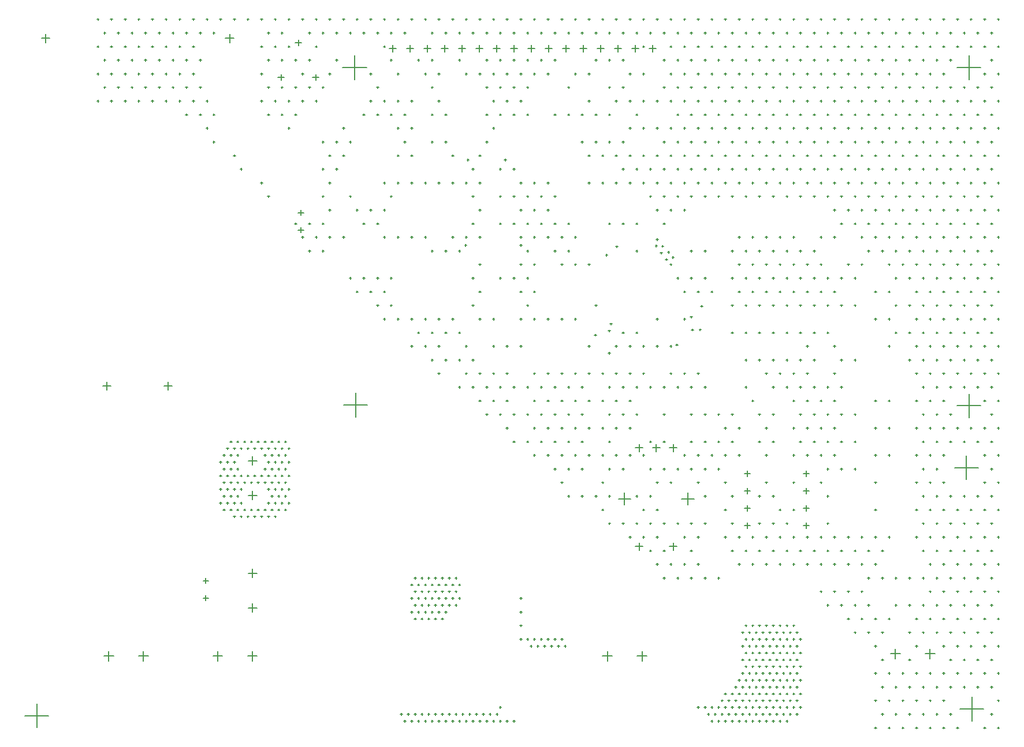
<source format=gbr>
%TF.GenerationSoftware,Altium Limited,Altium Designer,21.3.2 (30)*%
G04 Layer_Color=128*
%FSLAX24Y24*%
%MOIN*%
%TF.SameCoordinates,B2232A1B-76E2-43D3-9B88-882A457EFEF9*%
%TF.FilePolarity,Positive*%
%TF.FileFunction,Drillmap*%
%TF.Part,Single*%
G01*
G75*
%TA.AperFunction,NonConductor*%
%ADD64C,0.0050*%
D64*
X13164Y4480D02*
X13716D01*
X13440Y4204D02*
Y4756D01*
X11164Y4480D02*
X11716D01*
X11440Y4204D02*
Y4756D01*
X18651Y38500D02*
X20029D01*
X19340Y37811D02*
Y39189D01*
X18701Y19000D02*
X20079D01*
X19390Y18311D02*
Y19689D01*
X36345Y39600D02*
X36735D01*
X36540Y39405D02*
Y39795D01*
X35345Y39600D02*
X35735D01*
X35540Y39405D02*
Y39795D01*
X34345Y39600D02*
X34735D01*
X34540Y39405D02*
Y39795D01*
X33345Y39600D02*
X33735D01*
X33540Y39405D02*
Y39795D01*
X32345Y39600D02*
X32735D01*
X32540Y39405D02*
Y39795D01*
X31345Y39600D02*
X31735D01*
X31540Y39405D02*
Y39795D01*
X30345Y39600D02*
X30735D01*
X30540Y39405D02*
Y39795D01*
X29345Y39600D02*
X29735D01*
X29540Y39405D02*
Y39795D01*
X28345Y39600D02*
X28735D01*
X28540Y39405D02*
Y39795D01*
X27345Y39600D02*
X27735D01*
X27540Y39405D02*
Y39795D01*
X26345Y39600D02*
X26735D01*
X26540Y39405D02*
Y39795D01*
X25345Y39600D02*
X25735D01*
X25540Y39405D02*
Y39795D01*
X24345Y39600D02*
X24735D01*
X24540Y39405D02*
Y39795D01*
X23345Y39600D02*
X23735D01*
X23540Y39405D02*
Y39795D01*
X22345Y39600D02*
X22735D01*
X22540Y39405D02*
Y39795D01*
X21345Y39600D02*
X21735D01*
X21540Y39405D02*
Y39795D01*
X54101Y38500D02*
X55479D01*
X54790Y37811D02*
Y39189D01*
X54101Y18950D02*
X55479D01*
X54790Y18261D02*
Y19639D01*
X16083Y29110D02*
X16397D01*
X16240Y28953D02*
Y29267D01*
X16083Y30110D02*
X16397D01*
X16240Y29953D02*
Y30267D01*
X13190Y15770D02*
X13690D01*
X13440Y15520D02*
Y16020D01*
X13190Y7270D02*
X13690D01*
X13440Y7020D02*
Y7520D01*
X13190Y9270D02*
X13690D01*
X13440Y9020D02*
Y9520D01*
X13190Y13770D02*
X13690D01*
X13440Y13520D02*
Y14020D01*
X10593Y7840D02*
X10907D01*
X10750Y7683D02*
Y7997D01*
X10593Y8840D02*
X10907D01*
X10750Y8683D02*
Y8997D01*
X35539Y10814D02*
X35972D01*
X35756Y10598D02*
Y11031D01*
X37508Y10814D02*
X37941D01*
X37724Y10598D02*
Y11031D01*
X35539Y16523D02*
X35972D01*
X35756Y16306D02*
Y16739D01*
X36523Y16523D02*
X36957D01*
X36740Y16306D02*
Y16739D01*
X37508Y16523D02*
X37941D01*
X37724Y16306D02*
Y16739D01*
X34555Y13570D02*
X35264D01*
X34909Y13216D02*
Y13924D01*
X38216Y13570D02*
X38925D01*
X38571Y13216D02*
Y13924D01*
X41830Y15040D02*
X42170D01*
X42000Y14870D02*
Y15210D01*
X41830Y14040D02*
X42170D01*
X42000Y13870D02*
Y14210D01*
X41830Y13040D02*
X42170D01*
X42000Y12870D02*
Y13210D01*
X41830Y12040D02*
X42170D01*
X42000Y11870D02*
Y12210D01*
X45240Y15040D02*
X45580D01*
X45410Y14870D02*
Y15210D01*
X45240Y14040D02*
X45580D01*
X45410Y13870D02*
Y14210D01*
X45240Y13040D02*
X45580D01*
X45410Y12870D02*
Y13210D01*
X45240Y12040D02*
X45580D01*
X45410Y11870D02*
Y12210D01*
X52274Y4620D02*
X52826D01*
X52550Y4344D02*
Y4896D01*
X50274Y4620D02*
X50826D01*
X50550Y4344D02*
Y4896D01*
X33644Y4480D02*
X34196D01*
X33920Y4204D02*
Y4756D01*
X35644Y4480D02*
X36196D01*
X35920Y4204D02*
Y4756D01*
X4874Y4480D02*
X5426D01*
X5150Y4204D02*
Y4756D01*
X6874Y4480D02*
X7426D01*
X7150Y4204D02*
Y4756D01*
X8340Y20101D02*
X8813D01*
X8577Y19865D02*
Y20337D01*
X4797Y20101D02*
X5270D01*
X5033Y19865D02*
Y20337D01*
X1254Y40180D02*
X1726D01*
X1490Y39944D02*
Y40416D01*
X11884Y40180D02*
X12356D01*
X12120Y39944D02*
Y40416D01*
X16915Y37930D02*
X17265D01*
X17090Y37755D02*
Y38105D01*
X15915Y39930D02*
X16265D01*
X16090Y39755D02*
Y40105D01*
X14915Y37930D02*
X15265D01*
X15090Y37755D02*
Y38105D01*
X36750Y28556D02*
X36868D01*
X36809Y28497D02*
Y28615D01*
X36971Y27780D02*
X37089D01*
X37030Y27721D02*
Y27839D01*
X37053Y28173D02*
X37171D01*
X37112Y28114D02*
Y28232D01*
X36687Y28194D02*
X36805D01*
X36746Y28135D02*
Y28253D01*
X38320Y30271D02*
X38438D01*
X38379Y30212D02*
Y30330D01*
X37397Y27834D02*
X37515D01*
X37456Y27775D02*
Y27893D01*
X37655Y27526D02*
X37773D01*
X37714Y27467D02*
Y27585D01*
X34081Y23680D02*
X34199D01*
X34140Y23621D02*
Y23739D01*
X33825Y27654D02*
X33944D01*
X33884Y27595D02*
Y27714D01*
X56430Y41286D02*
X56549D01*
X56489Y41227D02*
Y41345D01*
X56037Y40499D02*
X56155D01*
X56096Y40440D02*
Y40558D01*
X56430Y39711D02*
X56549D01*
X56489Y39652D02*
Y39770D01*
X56037Y38924D02*
X56155D01*
X56096Y38865D02*
Y38983D01*
X56430Y38137D02*
X56549D01*
X56489Y38078D02*
Y38196D01*
X56037Y37349D02*
X56155D01*
X56096Y37290D02*
Y37408D01*
X56430Y36562D02*
X56549D01*
X56489Y36503D02*
Y36621D01*
X56037Y35774D02*
X56155D01*
X56096Y35715D02*
Y35833D01*
X56430Y34987D02*
X56549D01*
X56489Y34928D02*
Y35046D01*
X56037Y34200D02*
X56155D01*
X56096Y34141D02*
Y34259D01*
X56430Y33412D02*
X56549D01*
X56489Y33353D02*
Y33471D01*
X56037Y32625D02*
X56155D01*
X56096Y32566D02*
Y32684D01*
X56430Y31837D02*
X56549D01*
X56489Y31778D02*
Y31896D01*
X56037Y31050D02*
X56155D01*
X56096Y30991D02*
Y31109D01*
X56430Y30263D02*
X56549D01*
X56489Y30203D02*
Y30322D01*
X56037Y29475D02*
X56155D01*
X56096Y29416D02*
Y29534D01*
X56430Y28688D02*
X56549D01*
X56489Y28629D02*
Y28747D01*
X56037Y27900D02*
X56155D01*
X56096Y27841D02*
Y27959D01*
X56430Y27113D02*
X56549D01*
X56489Y27054D02*
Y27172D01*
X56037Y26326D02*
X56155D01*
X56096Y26266D02*
Y26385D01*
X56430Y25538D02*
X56549D01*
X56489Y25479D02*
Y25597D01*
X56037Y24751D02*
X56155D01*
X56096Y24692D02*
Y24810D01*
X56430Y23963D02*
X56549D01*
X56489Y23904D02*
Y24022D01*
X56037Y23176D02*
X56155D01*
X56096Y23117D02*
Y23235D01*
X56430Y22389D02*
X56549D01*
X56489Y22329D02*
Y22448D01*
X56037Y21601D02*
X56155D01*
X56096Y21542D02*
Y21660D01*
X56430Y20814D02*
X56549D01*
X56489Y20755D02*
Y20873D01*
X56037Y20026D02*
X56155D01*
X56096Y19967D02*
Y20085D01*
X56430Y19239D02*
X56549D01*
X56489Y19180D02*
Y19298D01*
X56037Y18452D02*
X56155D01*
X56096Y18392D02*
Y18511D01*
X56430Y17664D02*
X56549D01*
X56489Y17605D02*
Y17723D01*
X56037Y16877D02*
X56155D01*
X56096Y16818D02*
Y16936D01*
X56430Y16089D02*
X56549D01*
X56489Y16030D02*
Y16148D01*
X56037Y15302D02*
X56155D01*
X56096Y15243D02*
Y15361D01*
X56430Y14515D02*
X56549D01*
X56489Y14455D02*
Y14574D01*
X56037Y13727D02*
X56155D01*
X56096Y13668D02*
Y13786D01*
X56430Y12940D02*
X56549D01*
X56489Y12881D02*
Y12999D01*
X56037Y12152D02*
X56155D01*
X56096Y12093D02*
Y12211D01*
X56430Y11365D02*
X56549D01*
X56489Y11306D02*
Y11424D01*
X56037Y10577D02*
X56155D01*
X56096Y10518D02*
Y10637D01*
X56430Y9790D02*
X56549D01*
X56489Y9731D02*
Y9849D01*
X56037Y9003D02*
X56155D01*
X56096Y8944D02*
Y9062D01*
X56430Y8215D02*
X56549D01*
X56489Y8156D02*
Y8274D01*
X56037Y7428D02*
X56155D01*
X56096Y7369D02*
Y7487D01*
X56430Y6640D02*
X56549D01*
X56489Y6581D02*
Y6700D01*
X56037Y5853D02*
X56155D01*
X56096Y5794D02*
Y5912D01*
X56430Y5066D02*
X56549D01*
X56489Y5007D02*
Y5125D01*
X56037Y4278D02*
X56155D01*
X56096Y4219D02*
Y4337D01*
X56430Y3491D02*
X56549D01*
X56489Y3432D02*
Y3550D01*
X56037Y2703D02*
X56155D01*
X56096Y2644D02*
Y2763D01*
X56430Y1916D02*
X56549D01*
X56489Y1857D02*
Y1975D01*
X56037Y1129D02*
X56155D01*
X56096Y1070D02*
Y1188D01*
X56430Y341D02*
X56549D01*
X56489Y282D02*
Y400D01*
X55643Y41286D02*
X55761D01*
X55702Y41227D02*
Y41345D01*
X55249Y40499D02*
X55367D01*
X55308Y40440D02*
Y40558D01*
X55643Y39711D02*
X55761D01*
X55702Y39652D02*
Y39770D01*
X55643Y38137D02*
X55761D01*
X55702Y38078D02*
Y38196D01*
X55249Y37349D02*
X55367D01*
X55308Y37290D02*
Y37408D01*
X55643Y36562D02*
X55761D01*
X55702Y36503D02*
Y36621D01*
X55249Y35774D02*
X55367D01*
X55308Y35715D02*
Y35833D01*
X55643Y34987D02*
X55761D01*
X55702Y34928D02*
Y35046D01*
X55249Y34200D02*
X55367D01*
X55308Y34141D02*
Y34259D01*
X55643Y33412D02*
X55761D01*
X55702Y33353D02*
Y33471D01*
X55249Y32625D02*
X55367D01*
X55308Y32566D02*
Y32684D01*
X55643Y31837D02*
X55761D01*
X55702Y31778D02*
Y31896D01*
X55249Y31050D02*
X55367D01*
X55308Y30991D02*
Y31109D01*
X55643Y30263D02*
X55761D01*
X55702Y30203D02*
Y30322D01*
X55249Y29475D02*
X55367D01*
X55308Y29416D02*
Y29534D01*
X55643Y28688D02*
X55761D01*
X55702Y28629D02*
Y28747D01*
X55249Y27900D02*
X55367D01*
X55308Y27841D02*
Y27959D01*
X55643Y27113D02*
X55761D01*
X55702Y27054D02*
Y27172D01*
X55249Y26326D02*
X55367D01*
X55308Y26266D02*
Y26385D01*
X55643Y25538D02*
X55761D01*
X55702Y25479D02*
Y25597D01*
X55249Y24751D02*
X55367D01*
X55308Y24692D02*
Y24810D01*
X55643Y23963D02*
X55761D01*
X55702Y23904D02*
Y24022D01*
X55249Y23176D02*
X55367D01*
X55308Y23117D02*
Y23235D01*
X55643Y22389D02*
X55761D01*
X55702Y22329D02*
Y22448D01*
X55249Y21601D02*
X55367D01*
X55308Y21542D02*
Y21660D01*
X55643Y20814D02*
X55761D01*
X55702Y20755D02*
Y20873D01*
X55249Y20026D02*
X55367D01*
X55308Y19967D02*
Y20085D01*
X55643Y19239D02*
X55761D01*
X55702Y19180D02*
Y19298D01*
X55643Y17664D02*
X55761D01*
X55702Y17605D02*
Y17723D01*
X55249Y16877D02*
X55367D01*
X55308Y16818D02*
Y16936D01*
X55643Y16089D02*
X55761D01*
X55702Y16030D02*
Y16148D01*
X55643Y14515D02*
X55761D01*
X55702Y14455D02*
Y14574D01*
X55249Y13727D02*
X55367D01*
X55308Y13668D02*
Y13786D01*
X55643Y12940D02*
X55761D01*
X55702Y12881D02*
Y12999D01*
X55249Y12152D02*
X55367D01*
X55308Y12093D02*
Y12211D01*
X55643Y11365D02*
X55761D01*
X55702Y11306D02*
Y11424D01*
X55249Y10577D02*
X55367D01*
X55308Y10518D02*
Y10637D01*
X55643Y9790D02*
X55761D01*
X55702Y9731D02*
Y9849D01*
X55249Y9003D02*
X55367D01*
X55308Y8944D02*
Y9062D01*
X55643Y8215D02*
X55761D01*
X55702Y8156D02*
Y8274D01*
X55249Y7428D02*
X55367D01*
X55308Y7369D02*
Y7487D01*
X55643Y6640D02*
X55761D01*
X55702Y6581D02*
Y6700D01*
X55249Y5853D02*
X55367D01*
X55308Y5794D02*
Y5912D01*
X55643Y5066D02*
X55761D01*
X55702Y5007D02*
Y5125D01*
X55249Y4278D02*
X55367D01*
X55308Y4219D02*
Y4337D01*
X55643Y3491D02*
X55761D01*
X55702Y3432D02*
Y3550D01*
X55249Y2703D02*
X55367D01*
X55308Y2644D02*
Y2763D01*
X55643Y341D02*
X55761D01*
X55702Y282D02*
Y400D01*
X54856Y41286D02*
X54974D01*
X54915Y41227D02*
Y41345D01*
X54462Y40499D02*
X54580D01*
X54521Y40440D02*
Y40558D01*
X54856Y39711D02*
X54974D01*
X54915Y39652D02*
Y39770D01*
X54462Y37349D02*
X54580D01*
X54521Y37290D02*
Y37408D01*
X54856Y36562D02*
X54974D01*
X54915Y36503D02*
Y36621D01*
X54462Y35774D02*
X54580D01*
X54521Y35715D02*
Y35833D01*
X54856Y34987D02*
X54974D01*
X54915Y34928D02*
Y35046D01*
X54462Y34200D02*
X54580D01*
X54521Y34141D02*
Y34259D01*
X54856Y33412D02*
X54974D01*
X54915Y33353D02*
Y33471D01*
X54462Y32625D02*
X54580D01*
X54521Y32566D02*
Y32684D01*
X54856Y31837D02*
X54974D01*
X54915Y31778D02*
Y31896D01*
X54462Y31050D02*
X54580D01*
X54521Y30991D02*
Y31109D01*
X54856Y30263D02*
X54974D01*
X54915Y30203D02*
Y30322D01*
X54462Y29475D02*
X54580D01*
X54521Y29416D02*
Y29534D01*
X54856Y28688D02*
X54974D01*
X54915Y28629D02*
Y28747D01*
X54462Y27900D02*
X54580D01*
X54521Y27841D02*
Y27959D01*
X54856Y27113D02*
X54974D01*
X54915Y27054D02*
Y27172D01*
X54462Y26326D02*
X54580D01*
X54521Y26266D02*
Y26385D01*
X54856Y25538D02*
X54974D01*
X54915Y25479D02*
Y25597D01*
X54462Y24751D02*
X54580D01*
X54521Y24692D02*
Y24810D01*
X54856Y23963D02*
X54974D01*
X54915Y23904D02*
Y24022D01*
X54462Y23176D02*
X54580D01*
X54521Y23117D02*
Y23235D01*
X54856Y22389D02*
X54974D01*
X54915Y22329D02*
Y22448D01*
X54462Y21601D02*
X54580D01*
X54521Y21542D02*
Y21660D01*
X54856Y20814D02*
X54974D01*
X54915Y20755D02*
Y20873D01*
X54462Y20026D02*
X54580D01*
X54521Y19967D02*
Y20085D01*
X54856Y17664D02*
X54974D01*
X54915Y17605D02*
Y17723D01*
X54462Y16877D02*
X54580D01*
X54521Y16818D02*
Y16936D01*
X54462Y13727D02*
X54580D01*
X54521Y13668D02*
Y13786D01*
X54856Y12940D02*
X54974D01*
X54915Y12881D02*
Y12999D01*
X54462Y12152D02*
X54580D01*
X54521Y12093D02*
Y12211D01*
X54856Y11365D02*
X54974D01*
X54915Y11306D02*
Y11424D01*
X54462Y10577D02*
X54580D01*
X54521Y10518D02*
Y10637D01*
X54856Y9790D02*
X54974D01*
X54915Y9731D02*
Y9849D01*
X54462Y9003D02*
X54580D01*
X54521Y8944D02*
Y9062D01*
X54856Y8215D02*
X54974D01*
X54915Y8156D02*
Y8274D01*
X54462Y7428D02*
X54580D01*
X54521Y7369D02*
Y7487D01*
X54856Y6640D02*
X54974D01*
X54915Y6581D02*
Y6700D01*
X54462Y5853D02*
X54580D01*
X54521Y5794D02*
Y5912D01*
X54856Y5066D02*
X54974D01*
X54915Y5007D02*
Y5125D01*
X54462Y4278D02*
X54580D01*
X54521Y4219D02*
Y4337D01*
X54856Y3491D02*
X54974D01*
X54915Y3432D02*
Y3550D01*
X54462Y2703D02*
X54580D01*
X54521Y2644D02*
Y2763D01*
X54068Y41286D02*
X54186D01*
X54127Y41227D02*
Y41345D01*
X53675Y40499D02*
X53793D01*
X53734Y40440D02*
Y40558D01*
X54068Y39711D02*
X54186D01*
X54127Y39652D02*
Y39770D01*
X53675Y38924D02*
X53793D01*
X53734Y38865D02*
Y38983D01*
X53675Y37349D02*
X53793D01*
X53734Y37290D02*
Y37408D01*
X54068Y36562D02*
X54186D01*
X54127Y36503D02*
Y36621D01*
X53675Y35774D02*
X53793D01*
X53734Y35715D02*
Y35833D01*
X54068Y34987D02*
X54186D01*
X54127Y34928D02*
Y35046D01*
X53675Y34200D02*
X53793D01*
X53734Y34141D02*
Y34259D01*
X54068Y33412D02*
X54186D01*
X54127Y33353D02*
Y33471D01*
X53675Y32625D02*
X53793D01*
X53734Y32566D02*
Y32684D01*
X54068Y31837D02*
X54186D01*
X54127Y31778D02*
Y31896D01*
X53675Y31050D02*
X53793D01*
X53734Y30991D02*
Y31109D01*
X54068Y30263D02*
X54186D01*
X54127Y30203D02*
Y30322D01*
X53675Y29475D02*
X53793D01*
X53734Y29416D02*
Y29534D01*
X54068Y28688D02*
X54186D01*
X54127Y28629D02*
Y28747D01*
X53675Y27900D02*
X53793D01*
X53734Y27841D02*
Y27959D01*
X54068Y27113D02*
X54186D01*
X54127Y27054D02*
Y27172D01*
X53675Y26326D02*
X53793D01*
X53734Y26266D02*
Y26385D01*
X54068Y25538D02*
X54186D01*
X54127Y25479D02*
Y25597D01*
X53675Y24751D02*
X53793D01*
X53734Y24692D02*
Y24810D01*
X54068Y23963D02*
X54186D01*
X54127Y23904D02*
Y24022D01*
X53675Y23176D02*
X53793D01*
X53734Y23117D02*
Y23235D01*
X54068Y22389D02*
X54186D01*
X54127Y22329D02*
Y22448D01*
X53675Y21601D02*
X53793D01*
X53734Y21542D02*
Y21660D01*
X54068Y20814D02*
X54186D01*
X54127Y20755D02*
Y20873D01*
X53675Y20026D02*
X53793D01*
X53734Y19967D02*
Y20085D01*
X53675Y18452D02*
X53793D01*
X53734Y18392D02*
Y18511D01*
X54068Y17664D02*
X54186D01*
X54127Y17605D02*
Y17723D01*
X53675Y16877D02*
X53793D01*
X53734Y16818D02*
Y16936D01*
X53675Y13727D02*
X53793D01*
X53734Y13668D02*
Y13786D01*
X54068Y12940D02*
X54186D01*
X54127Y12881D02*
Y12999D01*
X53675Y12152D02*
X53793D01*
X53734Y12093D02*
Y12211D01*
X54068Y11365D02*
X54186D01*
X54127Y11306D02*
Y11424D01*
X53675Y10577D02*
X53793D01*
X53734Y10518D02*
Y10637D01*
X54068Y9790D02*
X54186D01*
X54127Y9731D02*
Y9849D01*
X53675Y9003D02*
X53793D01*
X53734Y8944D02*
Y9062D01*
X54068Y8215D02*
X54186D01*
X54127Y8156D02*
Y8274D01*
X53675Y7428D02*
X53793D01*
X53734Y7369D02*
Y7487D01*
X54068Y6640D02*
X54186D01*
X54127Y6581D02*
Y6700D01*
X53675Y5853D02*
X53793D01*
X53734Y5794D02*
Y5912D01*
X54068Y5066D02*
X54186D01*
X54127Y5007D02*
Y5125D01*
X53675Y4278D02*
X53793D01*
X53734Y4219D02*
Y4337D01*
X54068Y3491D02*
X54186D01*
X54127Y3432D02*
Y3550D01*
X53675Y2703D02*
X53793D01*
X53734Y2644D02*
Y2763D01*
X53675Y1129D02*
X53793D01*
X53734Y1070D02*
Y1188D01*
X54068Y341D02*
X54186D01*
X54127Y282D02*
Y400D01*
X53281Y41286D02*
X53399D01*
X53340Y41227D02*
Y41345D01*
X52887Y40499D02*
X53005D01*
X52946Y40440D02*
Y40558D01*
X53281Y39711D02*
X53399D01*
X53340Y39652D02*
Y39770D01*
X52887Y38924D02*
X53005D01*
X52946Y38865D02*
Y38983D01*
X53281Y38137D02*
X53399D01*
X53340Y38078D02*
Y38196D01*
X52887Y37349D02*
X53005D01*
X52946Y37290D02*
Y37408D01*
X53281Y36562D02*
X53399D01*
X53340Y36503D02*
Y36621D01*
X52887Y35774D02*
X53005D01*
X52946Y35715D02*
Y35833D01*
X53281Y34987D02*
X53399D01*
X53340Y34928D02*
Y35046D01*
X52887Y34200D02*
X53005D01*
X52946Y34141D02*
Y34259D01*
X53281Y33412D02*
X53399D01*
X53340Y33353D02*
Y33471D01*
X52887Y32625D02*
X53005D01*
X52946Y32566D02*
Y32684D01*
X53281Y31837D02*
X53399D01*
X53340Y31778D02*
Y31896D01*
X52887Y31050D02*
X53005D01*
X52946Y30991D02*
Y31109D01*
X53281Y30263D02*
X53399D01*
X53340Y30203D02*
Y30322D01*
X52887Y29475D02*
X53005D01*
X52946Y29416D02*
Y29534D01*
X53281Y28688D02*
X53399D01*
X53340Y28629D02*
Y28747D01*
X52887Y27900D02*
X53005D01*
X52946Y27841D02*
Y27959D01*
X53281Y27113D02*
X53399D01*
X53340Y27054D02*
Y27172D01*
X52887Y26326D02*
X53005D01*
X52946Y26266D02*
Y26385D01*
X53281Y25538D02*
X53399D01*
X53340Y25479D02*
Y25597D01*
X52887Y24751D02*
X53005D01*
X52946Y24692D02*
Y24810D01*
X53281Y23963D02*
X53399D01*
X53340Y23904D02*
Y24022D01*
X52887Y23176D02*
X53005D01*
X52946Y23117D02*
Y23235D01*
X53281Y22389D02*
X53399D01*
X53340Y22329D02*
Y22448D01*
X52887Y21601D02*
X53005D01*
X52946Y21542D02*
Y21660D01*
X53281Y20814D02*
X53399D01*
X53340Y20755D02*
Y20873D01*
X52887Y20026D02*
X53005D01*
X52946Y19967D02*
Y20085D01*
X53281Y19239D02*
X53399D01*
X53340Y19180D02*
Y19298D01*
X52887Y18452D02*
X53005D01*
X52946Y18392D02*
Y18511D01*
X53281Y17664D02*
X53399D01*
X53340Y17605D02*
Y17723D01*
X52887Y16877D02*
X53005D01*
X52946Y16818D02*
Y16936D01*
X53281Y16089D02*
X53399D01*
X53340Y16030D02*
Y16148D01*
X52887Y15302D02*
X53005D01*
X52946Y15243D02*
Y15361D01*
X53281Y14515D02*
X53399D01*
X53340Y14455D02*
Y14574D01*
X52887Y13727D02*
X53005D01*
X52946Y13668D02*
Y13786D01*
X53281Y12940D02*
X53399D01*
X53340Y12881D02*
Y12999D01*
X52887Y12152D02*
X53005D01*
X52946Y12093D02*
Y12211D01*
X53281Y11365D02*
X53399D01*
X53340Y11306D02*
Y11424D01*
X52887Y10577D02*
X53005D01*
X52946Y10518D02*
Y10637D01*
X53281Y9790D02*
X53399D01*
X53340Y9731D02*
Y9849D01*
X52887Y9003D02*
X53005D01*
X52946Y8944D02*
Y9062D01*
X53281Y8215D02*
X53399D01*
X53340Y8156D02*
Y8274D01*
X52887Y7428D02*
X53005D01*
X52946Y7369D02*
Y7487D01*
X53281Y6640D02*
X53399D01*
X53340Y6581D02*
Y6700D01*
X52887Y5853D02*
X53005D01*
X52946Y5794D02*
Y5912D01*
X53281Y5066D02*
X53399D01*
X53340Y5007D02*
Y5125D01*
X53281Y3491D02*
X53399D01*
X53340Y3432D02*
Y3550D01*
X52887Y2703D02*
X53005D01*
X52946Y2644D02*
Y2763D01*
X53281Y1916D02*
X53399D01*
X53340Y1857D02*
Y1975D01*
X52887Y1129D02*
X53005D01*
X52946Y1070D02*
Y1188D01*
X53281Y341D02*
X53399D01*
X53340Y282D02*
Y400D01*
X52493Y41286D02*
X52612D01*
X52552Y41227D02*
Y41345D01*
X52100Y40499D02*
X52218D01*
X52159Y40440D02*
Y40558D01*
X52493Y39711D02*
X52612D01*
X52552Y39652D02*
Y39770D01*
X52100Y38924D02*
X52218D01*
X52159Y38865D02*
Y38983D01*
X52493Y38137D02*
X52612D01*
X52552Y38078D02*
Y38196D01*
X52100Y37349D02*
X52218D01*
X52159Y37290D02*
Y37408D01*
X52493Y36562D02*
X52612D01*
X52552Y36503D02*
Y36621D01*
X52100Y35774D02*
X52218D01*
X52159Y35715D02*
Y35833D01*
X52493Y34987D02*
X52612D01*
X52552Y34928D02*
Y35046D01*
X52100Y34200D02*
X52218D01*
X52159Y34141D02*
Y34259D01*
X52493Y33412D02*
X52612D01*
X52552Y33353D02*
Y33471D01*
X52100Y32625D02*
X52218D01*
X52159Y32566D02*
Y32684D01*
X52493Y31837D02*
X52612D01*
X52552Y31778D02*
Y31896D01*
X52100Y31050D02*
X52218D01*
X52159Y30991D02*
Y31109D01*
X52493Y30263D02*
X52612D01*
X52552Y30203D02*
Y30322D01*
X52100Y29475D02*
X52218D01*
X52159Y29416D02*
Y29534D01*
X52493Y28688D02*
X52612D01*
X52552Y28629D02*
Y28747D01*
X52100Y27900D02*
X52218D01*
X52159Y27841D02*
Y27959D01*
X52493Y27113D02*
X52612D01*
X52552Y27054D02*
Y27172D01*
X52100Y26326D02*
X52218D01*
X52159Y26266D02*
Y26385D01*
X52493Y25538D02*
X52612D01*
X52552Y25479D02*
Y25597D01*
X52100Y24751D02*
X52218D01*
X52159Y24692D02*
Y24810D01*
X52493Y23963D02*
X52612D01*
X52552Y23904D02*
Y24022D01*
X52100Y23176D02*
X52218D01*
X52159Y23117D02*
Y23235D01*
X52493Y22389D02*
X52612D01*
X52552Y22329D02*
Y22448D01*
X52100Y21601D02*
X52218D01*
X52159Y21542D02*
Y21660D01*
X52493Y20814D02*
X52612D01*
X52552Y20755D02*
Y20873D01*
X52100Y20026D02*
X52218D01*
X52159Y19967D02*
Y20085D01*
X52493Y19239D02*
X52612D01*
X52552Y19180D02*
Y19298D01*
X52100Y18452D02*
X52218D01*
X52159Y18392D02*
Y18511D01*
X52493Y17664D02*
X52612D01*
X52552Y17605D02*
Y17723D01*
X52100Y16877D02*
X52218D01*
X52159Y16818D02*
Y16936D01*
X52493Y16089D02*
X52612D01*
X52552Y16030D02*
Y16148D01*
X52100Y15302D02*
X52218D01*
X52159Y15243D02*
Y15361D01*
X52493Y14515D02*
X52612D01*
X52552Y14455D02*
Y14574D01*
X52100Y13727D02*
X52218D01*
X52159Y13668D02*
Y13786D01*
X52493Y12940D02*
X52612D01*
X52552Y12881D02*
Y12999D01*
X52100Y12152D02*
X52218D01*
X52159Y12093D02*
Y12211D01*
X52493Y11365D02*
X52612D01*
X52552Y11306D02*
Y11424D01*
X52100Y10577D02*
X52218D01*
X52159Y10518D02*
Y10637D01*
X52493Y9790D02*
X52612D01*
X52552Y9731D02*
Y9849D01*
X52100Y9003D02*
X52218D01*
X52159Y8944D02*
Y9062D01*
X52493Y8215D02*
X52612D01*
X52552Y8156D02*
Y8274D01*
X52100Y7428D02*
X52218D01*
X52159Y7369D02*
Y7487D01*
X52493Y6640D02*
X52612D01*
X52552Y6581D02*
Y6700D01*
X52100Y5853D02*
X52218D01*
X52159Y5794D02*
Y5912D01*
X52493Y3491D02*
X52612D01*
X52552Y3432D02*
Y3550D01*
X52100Y2703D02*
X52218D01*
X52159Y2644D02*
Y2763D01*
X52493Y1916D02*
X52612D01*
X52552Y1857D02*
Y1975D01*
X52100Y1129D02*
X52218D01*
X52159Y1070D02*
Y1188D01*
X52493Y341D02*
X52612D01*
X52552Y282D02*
Y400D01*
X51706Y41286D02*
X51824D01*
X51765Y41227D02*
Y41345D01*
X51312Y40499D02*
X51430D01*
X51371Y40440D02*
Y40558D01*
X51706Y39711D02*
X51824D01*
X51765Y39652D02*
Y39770D01*
X51312Y38924D02*
X51430D01*
X51371Y38865D02*
Y38983D01*
X51706Y38137D02*
X51824D01*
X51765Y38078D02*
Y38196D01*
X51312Y37349D02*
X51430D01*
X51371Y37290D02*
Y37408D01*
X51706Y36562D02*
X51824D01*
X51765Y36503D02*
Y36621D01*
X51312Y35774D02*
X51430D01*
X51371Y35715D02*
Y35833D01*
X51706Y34987D02*
X51824D01*
X51765Y34928D02*
Y35046D01*
X51312Y34200D02*
X51430D01*
X51371Y34141D02*
Y34259D01*
X51706Y33412D02*
X51824D01*
X51765Y33353D02*
Y33471D01*
X51312Y32625D02*
X51430D01*
X51371Y32566D02*
Y32684D01*
X51706Y31837D02*
X51824D01*
X51765Y31778D02*
Y31896D01*
X51312Y31050D02*
X51430D01*
X51371Y30991D02*
Y31109D01*
X51706Y30263D02*
X51824D01*
X51765Y30203D02*
Y30322D01*
X51312Y29475D02*
X51430D01*
X51371Y29416D02*
Y29534D01*
X51706Y28688D02*
X51824D01*
X51765Y28629D02*
Y28747D01*
X51312Y27900D02*
X51430D01*
X51371Y27841D02*
Y27959D01*
X51706Y27113D02*
X51824D01*
X51765Y27054D02*
Y27172D01*
X51312Y26326D02*
X51430D01*
X51371Y26266D02*
Y26385D01*
X51706Y25538D02*
X51824D01*
X51765Y25479D02*
Y25597D01*
X51312Y24751D02*
X51430D01*
X51371Y24692D02*
Y24810D01*
X51706Y23963D02*
X51824D01*
X51765Y23904D02*
Y24022D01*
X51312Y23176D02*
X51430D01*
X51371Y23117D02*
Y23235D01*
X51706Y22389D02*
X51824D01*
X51765Y22329D02*
Y22448D01*
X51312Y21601D02*
X51430D01*
X51371Y21542D02*
Y21660D01*
X51706Y20814D02*
X51824D01*
X51765Y20755D02*
Y20873D01*
X51706Y19239D02*
X51824D01*
X51765Y19180D02*
Y19298D01*
X51706Y17664D02*
X51824D01*
X51765Y17605D02*
Y17723D01*
X51706Y16089D02*
X51824D01*
X51765Y16030D02*
Y16148D01*
X51706Y14515D02*
X51824D01*
X51765Y14455D02*
Y14574D01*
X51706Y12940D02*
X51824D01*
X51765Y12881D02*
Y12999D01*
X51706Y11365D02*
X51824D01*
X51765Y11306D02*
Y11424D01*
X51312Y9003D02*
X51430D01*
X51371Y8944D02*
Y9062D01*
X51312Y7428D02*
X51430D01*
X51371Y7369D02*
Y7487D01*
X51706Y6640D02*
X51824D01*
X51765Y6581D02*
Y6700D01*
X51312Y5853D02*
X51430D01*
X51371Y5794D02*
Y5912D01*
X51706Y5066D02*
X51824D01*
X51765Y5007D02*
Y5125D01*
X51312Y4278D02*
X51430D01*
X51371Y4219D02*
Y4337D01*
X51706Y3491D02*
X51824D01*
X51765Y3432D02*
Y3550D01*
X51312Y2703D02*
X51430D01*
X51371Y2644D02*
Y2763D01*
X51706Y1916D02*
X51824D01*
X51765Y1857D02*
Y1975D01*
X51312Y1129D02*
X51430D01*
X51371Y1070D02*
Y1188D01*
X51706Y341D02*
X51824D01*
X51765Y282D02*
Y400D01*
X50919Y41286D02*
X51037D01*
X50978Y41227D02*
Y41345D01*
X50525Y40499D02*
X50643D01*
X50584Y40440D02*
Y40558D01*
X50919Y39711D02*
X51037D01*
X50978Y39652D02*
Y39770D01*
X50525Y38924D02*
X50643D01*
X50584Y38865D02*
Y38983D01*
X50919Y38137D02*
X51037D01*
X50978Y38078D02*
Y38196D01*
X50525Y37349D02*
X50643D01*
X50584Y37290D02*
Y37408D01*
X50919Y36562D02*
X51037D01*
X50978Y36503D02*
Y36621D01*
X50525Y35774D02*
X50643D01*
X50584Y35715D02*
Y35833D01*
X50919Y34987D02*
X51037D01*
X50978Y34928D02*
Y35046D01*
X50525Y34200D02*
X50643D01*
X50584Y34141D02*
Y34259D01*
X50919Y33412D02*
X51037D01*
X50978Y33353D02*
Y33471D01*
X50525Y32625D02*
X50643D01*
X50584Y32566D02*
Y32684D01*
X50919Y31837D02*
X51037D01*
X50978Y31778D02*
Y31896D01*
X50525Y31050D02*
X50643D01*
X50584Y30991D02*
Y31109D01*
X50919Y30263D02*
X51037D01*
X50978Y30203D02*
Y30322D01*
X50525Y29475D02*
X50643D01*
X50584Y29416D02*
Y29534D01*
X50919Y28688D02*
X51037D01*
X50978Y28629D02*
Y28747D01*
X50525Y27900D02*
X50643D01*
X50584Y27841D02*
Y27959D01*
X50919Y27113D02*
X51037D01*
X50978Y27054D02*
Y27172D01*
X50525Y26326D02*
X50643D01*
X50584Y26266D02*
Y26385D01*
X50525Y24751D02*
X50643D01*
X50584Y24692D02*
Y24810D01*
X50525Y23176D02*
X50643D01*
X50584Y23117D02*
Y23235D01*
X50525Y9003D02*
X50643D01*
X50584Y8944D02*
Y9062D01*
X50525Y7428D02*
X50643D01*
X50584Y7369D02*
Y7487D01*
X50919Y3491D02*
X51037D01*
X50978Y3432D02*
Y3550D01*
X50525Y2703D02*
X50643D01*
X50584Y2644D02*
Y2763D01*
X50919Y1916D02*
X51037D01*
X50978Y1857D02*
Y1975D01*
X50525Y1129D02*
X50643D01*
X50584Y1070D02*
Y1188D01*
X50919Y341D02*
X51037D01*
X50978Y282D02*
Y400D01*
X50131Y41286D02*
X50249D01*
X50190Y41227D02*
Y41345D01*
X49738Y40499D02*
X49856D01*
X49797Y40440D02*
Y40558D01*
X50131Y39711D02*
X50249D01*
X50190Y39652D02*
Y39770D01*
X49738Y38924D02*
X49856D01*
X49797Y38865D02*
Y38983D01*
X50131Y38137D02*
X50249D01*
X50190Y38078D02*
Y38196D01*
X49738Y37349D02*
X49856D01*
X49797Y37290D02*
Y37408D01*
X50131Y36562D02*
X50249D01*
X50190Y36503D02*
Y36621D01*
X49738Y35774D02*
X49856D01*
X49797Y35715D02*
Y35833D01*
X50131Y34987D02*
X50249D01*
X50190Y34928D02*
Y35046D01*
X49738Y34200D02*
X49856D01*
X49797Y34141D02*
Y34259D01*
X50131Y33412D02*
X50249D01*
X50190Y33353D02*
Y33471D01*
X49738Y32625D02*
X49856D01*
X49797Y32566D02*
Y32684D01*
X50131Y31837D02*
X50249D01*
X50190Y31778D02*
Y31896D01*
X49738Y31050D02*
X49856D01*
X49797Y30991D02*
Y31109D01*
X50131Y30263D02*
X50249D01*
X50190Y30203D02*
Y30322D01*
X49738Y29475D02*
X49856D01*
X49797Y29416D02*
Y29534D01*
X50131Y28688D02*
X50249D01*
X50190Y28629D02*
Y28747D01*
X49738Y27900D02*
X49856D01*
X49797Y27841D02*
Y27959D01*
X50131Y27113D02*
X50249D01*
X50190Y27054D02*
Y27172D01*
X50131Y25538D02*
X50249D01*
X50190Y25479D02*
Y25597D01*
X50131Y23963D02*
X50249D01*
X50190Y23904D02*
Y24022D01*
X50131Y22389D02*
X50249D01*
X50190Y22329D02*
Y22448D01*
X50131Y19239D02*
X50249D01*
X50190Y19180D02*
Y19298D01*
X50131Y17664D02*
X50249D01*
X50190Y17605D02*
Y17723D01*
X50131Y16089D02*
X50249D01*
X50190Y16030D02*
Y16148D01*
X50131Y11365D02*
X50249D01*
X50190Y11306D02*
Y11424D01*
X49738Y10577D02*
X49856D01*
X49797Y10518D02*
Y10637D01*
X49738Y9003D02*
X49856D01*
X49797Y8944D02*
Y9062D01*
X50131Y6640D02*
X50249D01*
X50190Y6581D02*
Y6700D01*
X49738Y5853D02*
X49856D01*
X49797Y5794D02*
Y5912D01*
X49738Y4278D02*
X49856D01*
X49797Y4219D02*
Y4337D01*
X50131Y3491D02*
X50249D01*
X50190Y3432D02*
Y3550D01*
X49738Y2703D02*
X49856D01*
X49797Y2644D02*
Y2763D01*
X50131Y1916D02*
X50249D01*
X50190Y1857D02*
Y1975D01*
X49738Y1129D02*
X49856D01*
X49797Y1070D02*
Y1188D01*
X50131Y341D02*
X50249D01*
X50190Y282D02*
Y400D01*
X49344Y41286D02*
X49462D01*
X49403Y41227D02*
Y41345D01*
X48950Y40499D02*
X49068D01*
X49009Y40440D02*
Y40558D01*
X49344Y39711D02*
X49462D01*
X49403Y39652D02*
Y39770D01*
X48950Y38924D02*
X49068D01*
X49009Y38865D02*
Y38983D01*
X49344Y38137D02*
X49462D01*
X49403Y38078D02*
Y38196D01*
X48950Y37349D02*
X49068D01*
X49009Y37290D02*
Y37408D01*
X49344Y36562D02*
X49462D01*
X49403Y36503D02*
Y36621D01*
X48950Y35774D02*
X49068D01*
X49009Y35715D02*
Y35833D01*
X49344Y34987D02*
X49462D01*
X49403Y34928D02*
Y35046D01*
X48950Y34200D02*
X49068D01*
X49009Y34141D02*
Y34259D01*
X49344Y33412D02*
X49462D01*
X49403Y33353D02*
Y33471D01*
X48950Y32625D02*
X49068D01*
X49009Y32566D02*
Y32684D01*
X49344Y31837D02*
X49462D01*
X49403Y31778D02*
Y31896D01*
X48950Y31050D02*
X49068D01*
X49009Y30991D02*
Y31109D01*
X49344Y30263D02*
X49462D01*
X49403Y30203D02*
Y30322D01*
X48950Y29475D02*
X49068D01*
X49009Y29416D02*
Y29534D01*
X49344Y28688D02*
X49462D01*
X49403Y28629D02*
Y28747D01*
X48950Y27900D02*
X49068D01*
X49009Y27841D02*
Y27959D01*
X49344Y25538D02*
X49462D01*
X49403Y25479D02*
Y25597D01*
X49344Y23963D02*
X49462D01*
X49403Y23904D02*
Y24022D01*
X49344Y19239D02*
X49462D01*
X49403Y19180D02*
Y19298D01*
X49344Y17664D02*
X49462D01*
X49403Y17605D02*
Y17723D01*
X49344Y16089D02*
X49462D01*
X49403Y16030D02*
Y16148D01*
X49344Y14515D02*
X49462D01*
X49403Y14455D02*
Y14574D01*
X49344Y12940D02*
X49462D01*
X49403Y12881D02*
Y12999D01*
X49344Y11365D02*
X49462D01*
X49403Y11306D02*
Y11424D01*
X48950Y10577D02*
X49068D01*
X49009Y10518D02*
Y10637D01*
X49344Y9790D02*
X49462D01*
X49403Y9731D02*
Y9849D01*
X48950Y9003D02*
X49068D01*
X49009Y8944D02*
Y9062D01*
X48950Y7428D02*
X49068D01*
X49009Y7369D02*
Y7487D01*
X49344Y6640D02*
X49462D01*
X49403Y6581D02*
Y6700D01*
X48950Y5853D02*
X49068D01*
X49009Y5794D02*
Y5912D01*
X49344Y5066D02*
X49462D01*
X49403Y5007D02*
Y5125D01*
X49344Y3491D02*
X49462D01*
X49403Y3432D02*
Y3550D01*
X49344Y1916D02*
X49462D01*
X49403Y1857D02*
Y1975D01*
X49344Y341D02*
X49462D01*
X49403Y282D02*
Y400D01*
X48556Y41286D02*
X48675D01*
X48615Y41227D02*
Y41345D01*
X48163Y40499D02*
X48281D01*
X48222Y40440D02*
Y40558D01*
X48556Y39711D02*
X48675D01*
X48615Y39652D02*
Y39770D01*
X48163Y38924D02*
X48281D01*
X48222Y38865D02*
Y38983D01*
X48556Y38137D02*
X48675D01*
X48615Y38078D02*
Y38196D01*
X48163Y37349D02*
X48281D01*
X48222Y37290D02*
Y37408D01*
X48556Y36562D02*
X48675D01*
X48615Y36503D02*
Y36621D01*
X48163Y35774D02*
X48281D01*
X48222Y35715D02*
Y35833D01*
X48556Y34987D02*
X48675D01*
X48615Y34928D02*
Y35046D01*
X48163Y34200D02*
X48281D01*
X48222Y34141D02*
Y34259D01*
X48556Y33412D02*
X48675D01*
X48615Y33353D02*
Y33471D01*
X48163Y32625D02*
X48281D01*
X48222Y32566D02*
Y32684D01*
X48556Y31837D02*
X48675D01*
X48615Y31778D02*
Y31896D01*
X48163Y31050D02*
X48281D01*
X48222Y30991D02*
Y31109D01*
X48556Y30263D02*
X48675D01*
X48615Y30203D02*
Y30322D01*
X48163Y29475D02*
X48281D01*
X48222Y29416D02*
Y29534D01*
X48556Y28688D02*
X48675D01*
X48615Y28629D02*
Y28747D01*
X48556Y27113D02*
X48675D01*
X48615Y27054D02*
Y27172D01*
X48163Y26326D02*
X48281D01*
X48222Y26266D02*
Y26385D01*
X48163Y24751D02*
X48281D01*
X48222Y24692D02*
Y24810D01*
X48163Y21601D02*
X48281D01*
X48222Y21542D02*
Y21660D01*
X48163Y18452D02*
X48281D01*
X48222Y18392D02*
Y18511D01*
X48163Y16877D02*
X48281D01*
X48222Y16818D02*
Y16936D01*
X48163Y15302D02*
X48281D01*
X48222Y15243D02*
Y15361D01*
X48556Y11365D02*
X48675D01*
X48615Y11306D02*
Y11424D01*
X48163Y10577D02*
X48281D01*
X48222Y10518D02*
Y10637D01*
X48556Y9790D02*
X48675D01*
X48615Y9731D02*
Y9849D01*
X48556Y8215D02*
X48675D01*
X48615Y8156D02*
Y8274D01*
X48163Y7428D02*
X48281D01*
X48222Y7369D02*
Y7487D01*
X48556Y6640D02*
X48675D01*
X48615Y6581D02*
Y6700D01*
X48163Y5853D02*
X48281D01*
X48222Y5794D02*
Y5912D01*
X47769Y41286D02*
X47887D01*
X47828Y41227D02*
Y41345D01*
X47375Y40499D02*
X47493D01*
X47434Y40440D02*
Y40558D01*
X47769Y39711D02*
X47887D01*
X47828Y39652D02*
Y39770D01*
X47375Y38924D02*
X47493D01*
X47434Y38865D02*
Y38983D01*
X47769Y38137D02*
X47887D01*
X47828Y38078D02*
Y38196D01*
X47375Y37349D02*
X47493D01*
X47434Y37290D02*
Y37408D01*
X47769Y36562D02*
X47887D01*
X47828Y36503D02*
Y36621D01*
X47375Y35774D02*
X47493D01*
X47434Y35715D02*
Y35833D01*
X47769Y34987D02*
X47887D01*
X47828Y34928D02*
Y35046D01*
X47375Y34200D02*
X47493D01*
X47434Y34141D02*
Y34259D01*
X47769Y33412D02*
X47887D01*
X47828Y33353D02*
Y33471D01*
X47375Y32625D02*
X47493D01*
X47434Y32566D02*
Y32684D01*
X47769Y31837D02*
X47887D01*
X47828Y31778D02*
Y31896D01*
X47375Y31050D02*
X47493D01*
X47434Y30991D02*
Y31109D01*
X47769Y30263D02*
X47887D01*
X47828Y30203D02*
Y30322D01*
X47375Y29475D02*
X47493D01*
X47434Y29416D02*
Y29534D01*
X47769Y27113D02*
X47887D01*
X47828Y27054D02*
Y27172D01*
X47375Y26326D02*
X47493D01*
X47434Y26266D02*
Y26385D01*
X47375Y24751D02*
X47493D01*
X47434Y24692D02*
Y24810D01*
X47375Y21601D02*
X47493D01*
X47434Y21542D02*
Y21660D01*
X47375Y20026D02*
X47493D01*
X47434Y19967D02*
Y20085D01*
X47375Y18452D02*
X47493D01*
X47434Y18392D02*
Y18511D01*
X47375Y16877D02*
X47493D01*
X47434Y16818D02*
Y16936D01*
X47375Y15302D02*
X47493D01*
X47434Y15243D02*
Y15361D01*
X47769Y11365D02*
X47887D01*
X47828Y11306D02*
Y11424D01*
X47375Y10577D02*
X47493D01*
X47434Y10518D02*
Y10637D01*
X47769Y9790D02*
X47887D01*
X47828Y9731D02*
Y9849D01*
X47769Y8215D02*
X47887D01*
X47828Y8156D02*
Y8274D01*
X47375Y7428D02*
X47493D01*
X47434Y7369D02*
Y7487D01*
X47769Y6640D02*
X47887D01*
X47828Y6581D02*
Y6700D01*
X46982Y41286D02*
X47100D01*
X47041Y41227D02*
Y41345D01*
X46588Y40499D02*
X46706D01*
X46647Y40440D02*
Y40558D01*
X46982Y39711D02*
X47100D01*
X47041Y39652D02*
Y39770D01*
X46588Y38924D02*
X46706D01*
X46647Y38865D02*
Y38983D01*
X46982Y38137D02*
X47100D01*
X47041Y38078D02*
Y38196D01*
X46588Y37349D02*
X46706D01*
X46647Y37290D02*
Y37408D01*
X46982Y36562D02*
X47100D01*
X47041Y36503D02*
Y36621D01*
X46588Y35774D02*
X46706D01*
X46647Y35715D02*
Y35833D01*
X46982Y34987D02*
X47100D01*
X47041Y34928D02*
Y35046D01*
X46588Y34200D02*
X46706D01*
X46647Y34141D02*
Y34259D01*
X46982Y33412D02*
X47100D01*
X47041Y33353D02*
Y33471D01*
X46588Y32625D02*
X46706D01*
X46647Y32566D02*
Y32684D01*
X46982Y31837D02*
X47100D01*
X47041Y31778D02*
Y31896D01*
X46588Y31050D02*
X46706D01*
X46647Y30991D02*
Y31109D01*
X46982Y30263D02*
X47100D01*
X47041Y30203D02*
Y30322D01*
X46982Y28688D02*
X47100D01*
X47041Y28629D02*
Y28747D01*
X46588Y26326D02*
X46706D01*
X46647Y26266D02*
Y26385D01*
X46982Y25538D02*
X47100D01*
X47041Y25479D02*
Y25597D01*
X46588Y24751D02*
X46706D01*
X46647Y24692D02*
Y24810D01*
X46588Y23176D02*
X46706D01*
X46647Y23117D02*
Y23235D01*
X46982Y22389D02*
X47100D01*
X47041Y22329D02*
Y22448D01*
X46982Y20814D02*
X47100D01*
X47041Y20755D02*
Y20873D01*
X46588Y20026D02*
X46706D01*
X46647Y19967D02*
Y20085D01*
X46982Y19239D02*
X47100D01*
X47041Y19180D02*
Y19298D01*
X46588Y18452D02*
X46706D01*
X46647Y18392D02*
Y18511D01*
X46982Y17664D02*
X47100D01*
X47041Y17605D02*
Y17723D01*
X46588Y16877D02*
X46706D01*
X46647Y16818D02*
Y16936D01*
X46982Y16089D02*
X47100D01*
X47041Y16030D02*
Y16148D01*
X46588Y15302D02*
X46706D01*
X46647Y15243D02*
Y15361D01*
X46588Y13727D02*
X46706D01*
X46647Y13668D02*
Y13786D01*
X46588Y12152D02*
X46706D01*
X46647Y12093D02*
Y12211D01*
X46982Y11365D02*
X47100D01*
X47041Y11306D02*
Y11424D01*
X46588Y10577D02*
X46706D01*
X46647Y10518D02*
Y10637D01*
X46982Y9790D02*
X47100D01*
X47041Y9731D02*
Y9849D01*
X46982Y8215D02*
X47100D01*
X47041Y8156D02*
Y8274D01*
X46588Y7428D02*
X46706D01*
X46647Y7369D02*
Y7487D01*
X46194Y41286D02*
X46312D01*
X46253Y41227D02*
Y41345D01*
X45801Y40499D02*
X45919D01*
X45860Y40440D02*
Y40558D01*
X46194Y39711D02*
X46312D01*
X46253Y39652D02*
Y39770D01*
X45801Y38924D02*
X45919D01*
X45860Y38865D02*
Y38983D01*
X46194Y38137D02*
X46312D01*
X46253Y38078D02*
Y38196D01*
X45801Y37349D02*
X45919D01*
X45860Y37290D02*
Y37408D01*
X46194Y36562D02*
X46312D01*
X46253Y36503D02*
Y36621D01*
X45801Y35774D02*
X45919D01*
X45860Y35715D02*
Y35833D01*
X46194Y34987D02*
X46312D01*
X46253Y34928D02*
Y35046D01*
X45801Y34200D02*
X45919D01*
X45860Y34141D02*
Y34259D01*
X46194Y33412D02*
X46312D01*
X46253Y33353D02*
Y33471D01*
X45801Y32625D02*
X45919D01*
X45860Y32566D02*
Y32684D01*
X46194Y31837D02*
X46312D01*
X46253Y31778D02*
Y31896D01*
X45801Y31050D02*
X45919D01*
X45860Y30991D02*
Y31109D01*
X46194Y28688D02*
X46312D01*
X46253Y28629D02*
Y28747D01*
X45801Y27900D02*
X45919D01*
X45860Y27841D02*
Y27959D01*
X46194Y27113D02*
X46312D01*
X46253Y27054D02*
Y27172D01*
X45801Y26326D02*
X45919D01*
X45860Y26266D02*
Y26385D01*
X46194Y25538D02*
X46312D01*
X46253Y25479D02*
Y25597D01*
X45801Y24751D02*
X45919D01*
X45860Y24692D02*
Y24810D01*
X45801Y23176D02*
X45919D01*
X45860Y23117D02*
Y23235D01*
X45801Y21601D02*
X45919D01*
X45860Y21542D02*
Y21660D01*
X45801Y20026D02*
X45919D01*
X45860Y19967D02*
Y20085D01*
X46194Y19239D02*
X46312D01*
X46253Y19180D02*
Y19298D01*
X45801Y18452D02*
X45919D01*
X45860Y18392D02*
Y18511D01*
X46194Y17664D02*
X46312D01*
X46253Y17605D02*
Y17723D01*
X45801Y16877D02*
X45919D01*
X45860Y16818D02*
Y16936D01*
X46194Y16089D02*
X46312D01*
X46253Y16030D02*
Y16148D01*
X46194Y14515D02*
X46312D01*
X46253Y14455D02*
Y14574D01*
X46194Y11365D02*
X46312D01*
X46253Y11306D02*
Y11424D01*
X45801Y10577D02*
X45919D01*
X45860Y10518D02*
Y10637D01*
X46194Y9790D02*
X46312D01*
X46253Y9731D02*
Y9849D01*
X46194Y8215D02*
X46312D01*
X46253Y8156D02*
Y8274D01*
X45407Y41286D02*
X45525D01*
X45466Y41227D02*
Y41345D01*
X45013Y40499D02*
X45131D01*
X45072Y40440D02*
Y40558D01*
X45407Y39711D02*
X45525D01*
X45466Y39652D02*
Y39770D01*
X45013Y38924D02*
X45131D01*
X45072Y38865D02*
Y38983D01*
X45407Y38137D02*
X45525D01*
X45466Y38078D02*
Y38196D01*
X45013Y37349D02*
X45131D01*
X45072Y37290D02*
Y37408D01*
X45407Y36562D02*
X45525D01*
X45466Y36503D02*
Y36621D01*
X45013Y35774D02*
X45131D01*
X45072Y35715D02*
Y35833D01*
X45407Y34987D02*
X45525D01*
X45466Y34928D02*
Y35046D01*
X45013Y34200D02*
X45131D01*
X45072Y34141D02*
Y34259D01*
X45407Y33412D02*
X45525D01*
X45466Y33353D02*
Y33471D01*
X45013Y32625D02*
X45131D01*
X45072Y32566D02*
Y32684D01*
X45407Y31837D02*
X45525D01*
X45466Y31778D02*
Y31896D01*
X45013Y31050D02*
X45131D01*
X45072Y30991D02*
Y31109D01*
X45013Y27900D02*
X45131D01*
X45072Y27841D02*
Y27959D01*
X45407Y27113D02*
X45525D01*
X45466Y27054D02*
Y27172D01*
X45013Y26326D02*
X45131D01*
X45072Y26266D02*
Y26385D01*
X45407Y25538D02*
X45525D01*
X45466Y25479D02*
Y25597D01*
X45013Y24751D02*
X45131D01*
X45072Y24692D02*
Y24810D01*
X45013Y23176D02*
X45131D01*
X45072Y23117D02*
Y23235D01*
X45407Y22389D02*
X45525D01*
X45466Y22329D02*
Y22448D01*
X45013Y21601D02*
X45131D01*
X45072Y21542D02*
Y21660D01*
X45407Y20814D02*
X45525D01*
X45466Y20755D02*
Y20873D01*
X45013Y20026D02*
X45131D01*
X45072Y19967D02*
Y20085D01*
X45407Y19239D02*
X45525D01*
X45466Y19180D02*
Y19298D01*
X45013Y18452D02*
X45131D01*
X45072Y18392D02*
Y18511D01*
X45407Y17664D02*
X45525D01*
X45466Y17605D02*
Y17723D01*
X45013Y16877D02*
X45131D01*
X45072Y16818D02*
Y16936D01*
X45407Y16089D02*
X45525D01*
X45466Y16030D02*
Y16148D01*
X45407Y11365D02*
X45525D01*
X45466Y11306D02*
Y11424D01*
X45013Y10577D02*
X45131D01*
X45072Y10518D02*
Y10637D01*
X45407Y9790D02*
X45525D01*
X45466Y9731D02*
Y9849D01*
X44619Y41286D02*
X44738D01*
X44678Y41227D02*
Y41345D01*
X44226Y40499D02*
X44344D01*
X44285Y40440D02*
Y40558D01*
X44619Y39711D02*
X44738D01*
X44678Y39652D02*
Y39770D01*
X44226Y38924D02*
X44344D01*
X44285Y38865D02*
Y38983D01*
X44619Y38137D02*
X44738D01*
X44678Y38078D02*
Y38196D01*
X44226Y37349D02*
X44344D01*
X44285Y37290D02*
Y37408D01*
X44619Y36562D02*
X44738D01*
X44678Y36503D02*
Y36621D01*
X44226Y35774D02*
X44344D01*
X44285Y35715D02*
Y35833D01*
X44619Y34987D02*
X44738D01*
X44678Y34928D02*
Y35046D01*
X44226Y34200D02*
X44344D01*
X44285Y34141D02*
Y34259D01*
X44619Y33412D02*
X44738D01*
X44678Y33353D02*
Y33471D01*
X44226Y32625D02*
X44344D01*
X44285Y32566D02*
Y32684D01*
X44619Y31837D02*
X44738D01*
X44678Y31778D02*
Y31896D01*
X44226Y31050D02*
X44344D01*
X44285Y30991D02*
Y31109D01*
X44619Y28688D02*
X44738D01*
X44678Y28629D02*
Y28747D01*
X44226Y27900D02*
X44344D01*
X44285Y27841D02*
Y27959D01*
X44619Y27113D02*
X44738D01*
X44678Y27054D02*
Y27172D01*
X44226Y26326D02*
X44344D01*
X44285Y26266D02*
Y26385D01*
X44619Y25538D02*
X44738D01*
X44678Y25479D02*
Y25597D01*
X44226Y24751D02*
X44344D01*
X44285Y24692D02*
Y24810D01*
X44226Y23176D02*
X44344D01*
X44285Y23117D02*
Y23235D01*
X44226Y21601D02*
X44344D01*
X44285Y21542D02*
Y21660D01*
X44619Y20814D02*
X44738D01*
X44678Y20755D02*
Y20873D01*
X44226Y20026D02*
X44344D01*
X44285Y19967D02*
Y20085D01*
X44619Y19239D02*
X44738D01*
X44678Y19180D02*
Y19298D01*
X44619Y17664D02*
X44738D01*
X44678Y17605D02*
Y17723D01*
X44619Y16089D02*
X44738D01*
X44678Y16030D02*
Y16148D01*
X44619Y14515D02*
X44738D01*
X44678Y14455D02*
Y14574D01*
X44619Y12940D02*
X44738D01*
X44678Y12881D02*
Y12999D01*
X44226Y12152D02*
X44344D01*
X44285Y12093D02*
Y12211D01*
X44619Y11365D02*
X44738D01*
X44678Y11306D02*
Y11424D01*
X44226Y10577D02*
X44344D01*
X44285Y10518D02*
Y10637D01*
X44619Y9790D02*
X44738D01*
X44678Y9731D02*
Y9849D01*
X43832Y41286D02*
X43950D01*
X43891Y41227D02*
Y41345D01*
X43438Y40499D02*
X43556D01*
X43497Y40440D02*
Y40558D01*
X43832Y39711D02*
X43950D01*
X43891Y39652D02*
Y39770D01*
X43438Y38924D02*
X43556D01*
X43497Y38865D02*
Y38983D01*
X43832Y38137D02*
X43950D01*
X43891Y38078D02*
Y38196D01*
X43438Y37349D02*
X43556D01*
X43497Y37290D02*
Y37408D01*
X43832Y36562D02*
X43950D01*
X43891Y36503D02*
Y36621D01*
X43438Y35774D02*
X43556D01*
X43497Y35715D02*
Y35833D01*
X43832Y34987D02*
X43950D01*
X43891Y34928D02*
Y35046D01*
X43438Y34200D02*
X43556D01*
X43497Y34141D02*
Y34259D01*
X43832Y33412D02*
X43950D01*
X43891Y33353D02*
Y33471D01*
X43438Y32625D02*
X43556D01*
X43497Y32566D02*
Y32684D01*
X43832Y31837D02*
X43950D01*
X43891Y31778D02*
Y31896D01*
X43438Y31050D02*
X43556D01*
X43497Y30991D02*
Y31109D01*
X43832Y28688D02*
X43950D01*
X43891Y28629D02*
Y28747D01*
X43438Y27900D02*
X43556D01*
X43497Y27841D02*
Y27959D01*
X43832Y27113D02*
X43950D01*
X43891Y27054D02*
Y27172D01*
X43438Y26326D02*
X43556D01*
X43497Y26266D02*
Y26385D01*
X43832Y25538D02*
X43950D01*
X43891Y25479D02*
Y25597D01*
X43438Y24751D02*
X43556D01*
X43497Y24692D02*
Y24810D01*
X43438Y23176D02*
X43556D01*
X43497Y23117D02*
Y23235D01*
X43438Y21601D02*
X43556D01*
X43497Y21542D02*
Y21660D01*
X43832Y20814D02*
X43950D01*
X43891Y20755D02*
Y20873D01*
X43438Y20026D02*
X43556D01*
X43497Y19967D02*
Y20085D01*
X43438Y18452D02*
X43556D01*
X43497Y18392D02*
Y18511D01*
X43438Y16877D02*
X43556D01*
X43497Y16818D02*
Y16936D01*
X43438Y13727D02*
X43556D01*
X43497Y13668D02*
Y13786D01*
X43832Y12940D02*
X43950D01*
X43891Y12881D02*
Y12999D01*
X43438Y12152D02*
X43556D01*
X43497Y12093D02*
Y12211D01*
X43832Y11365D02*
X43950D01*
X43891Y11306D02*
Y11424D01*
X43438Y10577D02*
X43556D01*
X43497Y10518D02*
Y10637D01*
X43832Y9790D02*
X43950D01*
X43891Y9731D02*
Y9849D01*
X43045Y41286D02*
X43163D01*
X43104Y41227D02*
Y41345D01*
X42651Y40499D02*
X42769D01*
X42710Y40440D02*
Y40558D01*
X43045Y39711D02*
X43163D01*
X43104Y39652D02*
Y39770D01*
X42651Y38924D02*
X42769D01*
X42710Y38865D02*
Y38983D01*
X43045Y38137D02*
X43163D01*
X43104Y38078D02*
Y38196D01*
X42651Y37349D02*
X42769D01*
X42710Y37290D02*
Y37408D01*
X43045Y36562D02*
X43163D01*
X43104Y36503D02*
Y36621D01*
X42651Y35774D02*
X42769D01*
X42710Y35715D02*
Y35833D01*
X43045Y34987D02*
X43163D01*
X43104Y34928D02*
Y35046D01*
X42651Y34200D02*
X42769D01*
X42710Y34141D02*
Y34259D01*
X43045Y33412D02*
X43163D01*
X43104Y33353D02*
Y33471D01*
X42651Y32625D02*
X42769D01*
X42710Y32566D02*
Y32684D01*
X43045Y31837D02*
X43163D01*
X43104Y31778D02*
Y31896D01*
X42651Y31050D02*
X42769D01*
X42710Y30991D02*
Y31109D01*
X43045Y28688D02*
X43163D01*
X43104Y28629D02*
Y28747D01*
X42651Y27900D02*
X42769D01*
X42710Y27841D02*
Y27959D01*
X43045Y27113D02*
X43163D01*
X43104Y27054D02*
Y27172D01*
X42651Y26326D02*
X42769D01*
X42710Y26266D02*
Y26385D01*
X43045Y25538D02*
X43163D01*
X43104Y25479D02*
Y25597D01*
X42651Y24751D02*
X42769D01*
X42710Y24692D02*
Y24810D01*
X42651Y23176D02*
X42769D01*
X42710Y23117D02*
Y23235D01*
X42651Y21601D02*
X42769D01*
X42710Y21542D02*
Y21660D01*
X43045Y20814D02*
X43163D01*
X43104Y20755D02*
Y20873D01*
X42651Y18452D02*
X42769D01*
X42710Y18392D02*
Y18511D01*
X43045Y17664D02*
X43163D01*
X43104Y17605D02*
Y17723D01*
X42651Y16877D02*
X42769D01*
X42710Y16818D02*
Y16936D01*
X43045Y16089D02*
X43163D01*
X43104Y16030D02*
Y16148D01*
X43045Y14515D02*
X43163D01*
X43104Y14455D02*
Y14574D01*
X42651Y13727D02*
X42769D01*
X42710Y13668D02*
Y13786D01*
X42651Y12152D02*
X42769D01*
X42710Y12093D02*
Y12211D01*
X43045Y11365D02*
X43163D01*
X43104Y11306D02*
Y11424D01*
X42651Y10577D02*
X42769D01*
X42710Y10518D02*
Y10637D01*
X43045Y9790D02*
X43163D01*
X43104Y9731D02*
Y9849D01*
X42257Y41286D02*
X42375D01*
X42316Y41227D02*
Y41345D01*
X41863Y40499D02*
X41982D01*
X41923Y40440D02*
Y40558D01*
X42257Y39711D02*
X42375D01*
X42316Y39652D02*
Y39770D01*
X41863Y38924D02*
X41982D01*
X41923Y38865D02*
Y38983D01*
X42257Y38137D02*
X42375D01*
X42316Y38078D02*
Y38196D01*
X41863Y37349D02*
X41982D01*
X41923Y37290D02*
Y37408D01*
X42257Y36562D02*
X42375D01*
X42316Y36503D02*
Y36621D01*
X41863Y35774D02*
X41982D01*
X41923Y35715D02*
Y35833D01*
X42257Y34987D02*
X42375D01*
X42316Y34928D02*
Y35046D01*
X41863Y34200D02*
X41982D01*
X41923Y34141D02*
Y34259D01*
X42257Y33412D02*
X42375D01*
X42316Y33353D02*
Y33471D01*
X41863Y32625D02*
X41982D01*
X41923Y32566D02*
Y32684D01*
X42257Y31837D02*
X42375D01*
X42316Y31778D02*
Y31896D01*
X41863Y31050D02*
X41982D01*
X41923Y30991D02*
Y31109D01*
X42257Y28688D02*
X42375D01*
X42316Y28629D02*
Y28747D01*
X41863Y27900D02*
X41982D01*
X41923Y27841D02*
Y27959D01*
X42257Y27113D02*
X42375D01*
X42316Y27054D02*
Y27172D01*
X41863Y26326D02*
X41982D01*
X41923Y26266D02*
Y26385D01*
X42257Y25538D02*
X42375D01*
X42316Y25479D02*
Y25597D01*
X41863Y24751D02*
X41982D01*
X41923Y24692D02*
Y24810D01*
X41863Y23176D02*
X41982D01*
X41923Y23117D02*
Y23235D01*
X41863Y21601D02*
X41982D01*
X41923Y21542D02*
Y21660D01*
X41863Y20026D02*
X41982D01*
X41923Y19967D02*
Y20085D01*
X42257Y19239D02*
X42375D01*
X42316Y19180D02*
Y19298D01*
X42257Y11365D02*
X42375D01*
X42316Y11306D02*
Y11424D01*
X41863Y10577D02*
X41982D01*
X41923Y10518D02*
Y10637D01*
X42257Y9790D02*
X42375D01*
X42316Y9731D02*
Y9849D01*
X41470Y41286D02*
X41588D01*
X41529Y41227D02*
Y41345D01*
X41076Y40499D02*
X41194D01*
X41135Y40440D02*
Y40558D01*
X41470Y39711D02*
X41588D01*
X41529Y39652D02*
Y39770D01*
X41076Y38924D02*
X41194D01*
X41135Y38865D02*
Y38983D01*
X41470Y38137D02*
X41588D01*
X41529Y38078D02*
Y38196D01*
X41076Y37349D02*
X41194D01*
X41135Y37290D02*
Y37408D01*
X41470Y36562D02*
X41588D01*
X41529Y36503D02*
Y36621D01*
X41076Y35774D02*
X41194D01*
X41135Y35715D02*
Y35833D01*
X41470Y34987D02*
X41588D01*
X41529Y34928D02*
Y35046D01*
X41076Y34200D02*
X41194D01*
X41135Y34141D02*
Y34259D01*
X41470Y33412D02*
X41588D01*
X41529Y33353D02*
Y33471D01*
X41076Y32625D02*
X41194D01*
X41135Y32566D02*
Y32684D01*
X41470Y31837D02*
X41588D01*
X41529Y31778D02*
Y31896D01*
X41076Y31050D02*
X41194D01*
X41135Y30991D02*
Y31109D01*
X41470Y28688D02*
X41588D01*
X41529Y28629D02*
Y28747D01*
X41076Y27900D02*
X41194D01*
X41135Y27841D02*
Y27959D01*
X41470Y27113D02*
X41588D01*
X41529Y27054D02*
Y27172D01*
X41076Y26326D02*
X41194D01*
X41135Y26266D02*
Y26385D01*
X41470Y25538D02*
X41588D01*
X41529Y25479D02*
Y25597D01*
X41076Y24751D02*
X41194D01*
X41135Y24692D02*
Y24810D01*
X41076Y23176D02*
X41194D01*
X41135Y23117D02*
Y23235D01*
X41076Y18452D02*
X41194D01*
X41135Y18392D02*
Y18511D01*
X41470Y17664D02*
X41588D01*
X41529Y17605D02*
Y17723D01*
X41076Y16877D02*
X41194D01*
X41135Y16818D02*
Y16936D01*
X41470Y16089D02*
X41588D01*
X41529Y16030D02*
Y16148D01*
X41076Y13727D02*
X41194D01*
X41135Y13668D02*
Y13786D01*
X41076Y12152D02*
X41194D01*
X41135Y12093D02*
Y12211D01*
X41470Y11365D02*
X41588D01*
X41529Y11306D02*
Y11424D01*
X41076Y10577D02*
X41194D01*
X41135Y10518D02*
Y10637D01*
X41470Y9790D02*
X41588D01*
X41529Y9731D02*
Y9849D01*
X40682Y41286D02*
X40800D01*
X40741Y41227D02*
Y41345D01*
X40289Y40499D02*
X40407D01*
X40348Y40440D02*
Y40558D01*
X40682Y39711D02*
X40800D01*
X40741Y39652D02*
Y39770D01*
X40289Y38924D02*
X40407D01*
X40348Y38865D02*
Y38983D01*
X40682Y38137D02*
X40800D01*
X40741Y38078D02*
Y38196D01*
X40289Y37349D02*
X40407D01*
X40348Y37290D02*
Y37408D01*
X40682Y36562D02*
X40800D01*
X40741Y36503D02*
Y36621D01*
X40289Y35774D02*
X40407D01*
X40348Y35715D02*
Y35833D01*
X40682Y34987D02*
X40800D01*
X40741Y34928D02*
Y35046D01*
X40289Y34200D02*
X40407D01*
X40348Y34141D02*
Y34259D01*
X40682Y33412D02*
X40800D01*
X40741Y33353D02*
Y33471D01*
X40289Y32625D02*
X40407D01*
X40348Y32566D02*
Y32684D01*
X40682Y31837D02*
X40800D01*
X40741Y31778D02*
Y31896D01*
X40289Y31050D02*
X40407D01*
X40348Y30991D02*
Y31109D01*
X40289Y18452D02*
X40407D01*
X40348Y18392D02*
Y18511D01*
X40682Y17664D02*
X40800D01*
X40741Y17605D02*
Y17723D01*
X40289Y16877D02*
X40407D01*
X40348Y16818D02*
Y16936D01*
X40682Y16089D02*
X40800D01*
X40741Y16030D02*
Y16148D01*
X40289Y15302D02*
X40407D01*
X40348Y15243D02*
Y15361D01*
X40682Y14515D02*
X40800D01*
X40741Y14455D02*
Y14574D01*
X40682Y12940D02*
X40800D01*
X40741Y12881D02*
Y12999D01*
X40682Y11365D02*
X40800D01*
X40741Y11306D02*
Y11424D01*
X40289Y9003D02*
X40407D01*
X40348Y8944D02*
Y9062D01*
X39895Y41286D02*
X40013D01*
X39954Y41227D02*
Y41345D01*
X39501Y40499D02*
X39619D01*
X39560Y40440D02*
Y40558D01*
X39895Y39711D02*
X40013D01*
X39954Y39652D02*
Y39770D01*
X39501Y38924D02*
X39619D01*
X39560Y38865D02*
Y38983D01*
X39895Y38137D02*
X40013D01*
X39954Y38078D02*
Y38196D01*
X39501Y37349D02*
X39619D01*
X39560Y37290D02*
Y37408D01*
X39895Y36562D02*
X40013D01*
X39954Y36503D02*
Y36621D01*
X39501Y35774D02*
X39619D01*
X39560Y35715D02*
Y35833D01*
X39895Y34987D02*
X40013D01*
X39954Y34928D02*
Y35046D01*
X39501Y34200D02*
X39619D01*
X39560Y34141D02*
Y34259D01*
X39895Y33412D02*
X40013D01*
X39954Y33353D02*
Y33471D01*
X39501Y32625D02*
X39619D01*
X39560Y32566D02*
Y32684D01*
X39895Y31837D02*
X40013D01*
X39954Y31778D02*
Y31896D01*
X39501Y31050D02*
X39619D01*
X39560Y30991D02*
Y31109D01*
X39501Y27900D02*
X39619D01*
X39560Y27841D02*
Y27959D01*
X39501Y26326D02*
X39619D01*
X39560Y26266D02*
Y26385D01*
X39895Y25538D02*
X40013D01*
X39954Y25479D02*
Y25597D01*
X39501Y20026D02*
X39619D01*
X39560Y19967D02*
Y20085D01*
X39501Y18452D02*
X39619D01*
X39560Y18392D02*
Y18511D01*
X39501Y16877D02*
X39619D01*
X39560Y16818D02*
Y16936D01*
X39895Y16089D02*
X40013D01*
X39954Y16030D02*
Y16148D01*
X39501Y15302D02*
X39619D01*
X39560Y15243D02*
Y15361D01*
X39501Y13727D02*
X39619D01*
X39560Y13668D02*
Y13786D01*
X39501Y12152D02*
X39619D01*
X39560Y12093D02*
Y12211D01*
X39501Y9003D02*
X39619D01*
X39560Y8944D02*
Y9062D01*
X39108Y41286D02*
X39226D01*
X39167Y41227D02*
Y41345D01*
X38714Y40499D02*
X38832D01*
X38773Y40440D02*
Y40558D01*
X39108Y39711D02*
X39226D01*
X39167Y39652D02*
Y39770D01*
X38714Y38924D02*
X38832D01*
X38773Y38865D02*
Y38983D01*
X39108Y38137D02*
X39226D01*
X39167Y38078D02*
Y38196D01*
X38714Y37349D02*
X38832D01*
X38773Y37290D02*
Y37408D01*
X39108Y36562D02*
X39226D01*
X39167Y36503D02*
Y36621D01*
X38714Y35774D02*
X38832D01*
X38773Y35715D02*
Y35833D01*
X39108Y34987D02*
X39226D01*
X39167Y34928D02*
Y35046D01*
X38714Y34200D02*
X38832D01*
X38773Y34141D02*
Y34259D01*
X39108Y33412D02*
X39226D01*
X39167Y33353D02*
Y33471D01*
X38714Y32625D02*
X38832D01*
X38773Y32566D02*
Y32684D01*
X39108Y31837D02*
X39226D01*
X39167Y31778D02*
Y31896D01*
X38714Y31050D02*
X38832D01*
X38773Y30991D02*
Y31109D01*
X38714Y27900D02*
X38832D01*
X38773Y27841D02*
Y27959D01*
X38714Y26326D02*
X38832D01*
X38773Y26266D02*
Y26385D01*
X39108Y25538D02*
X39226D01*
X39167Y25479D02*
Y25597D01*
X39108Y20814D02*
X39226D01*
X39167Y20755D02*
Y20873D01*
X38714Y20026D02*
X38832D01*
X38773Y19967D02*
Y20085D01*
X38714Y18452D02*
X38832D01*
X38773Y18392D02*
Y18511D01*
X38714Y16877D02*
X38832D01*
X38773Y16818D02*
Y16936D01*
X39108Y16089D02*
X39226D01*
X39167Y16030D02*
Y16148D01*
X38714Y15302D02*
X38832D01*
X38773Y15243D02*
Y15361D01*
X39108Y14515D02*
X39226D01*
X39167Y14455D02*
Y14574D01*
X38714Y12152D02*
X38832D01*
X38773Y12093D02*
Y12211D01*
X39108Y11365D02*
X39226D01*
X39167Y11306D02*
Y11424D01*
X38714Y10577D02*
X38832D01*
X38773Y10518D02*
Y10637D01*
X39108Y9790D02*
X39226D01*
X39167Y9731D02*
Y9849D01*
X38714Y9003D02*
X38832D01*
X38773Y8944D02*
Y9062D01*
X38320Y41286D02*
X38438D01*
X38379Y41227D02*
Y41345D01*
X37926Y40499D02*
X38045D01*
X37986Y40440D02*
Y40558D01*
X38320Y39711D02*
X38438D01*
X38379Y39652D02*
Y39770D01*
X37926Y38924D02*
X38045D01*
X37986Y38865D02*
Y38983D01*
X38320Y38137D02*
X38438D01*
X38379Y38078D02*
Y38196D01*
X37926Y37349D02*
X38045D01*
X37986Y37290D02*
Y37408D01*
X38320Y36562D02*
X38438D01*
X38379Y36503D02*
Y36621D01*
X37926Y35774D02*
X38045D01*
X37986Y35715D02*
Y35833D01*
X38320Y34987D02*
X38438D01*
X38379Y34928D02*
Y35046D01*
X37926Y34200D02*
X38045D01*
X37986Y34141D02*
Y34259D01*
X38320Y33412D02*
X38438D01*
X38379Y33353D02*
Y33471D01*
X37926Y32625D02*
X38045D01*
X37986Y32566D02*
Y32684D01*
X38320Y31837D02*
X38438D01*
X38379Y31778D02*
Y31896D01*
X37926Y31050D02*
X38045D01*
X37986Y30991D02*
Y31109D01*
X37926Y26326D02*
X38045D01*
X37986Y26266D02*
Y26385D01*
X38320Y25538D02*
X38438D01*
X38379Y25479D02*
Y25597D01*
X38320Y23963D02*
X38438D01*
X38379Y23904D02*
Y24022D01*
X38320Y20814D02*
X38438D01*
X38379Y20755D02*
Y20873D01*
X37926Y20026D02*
X38045D01*
X37986Y19967D02*
Y20085D01*
X38320Y16089D02*
X38438D01*
X38379Y16030D02*
Y16148D01*
X37926Y15302D02*
X38045D01*
X37986Y15243D02*
Y15361D01*
X37926Y12152D02*
X38045D01*
X37986Y12093D02*
Y12211D01*
X38320Y11365D02*
X38438D01*
X38379Y11306D02*
Y11424D01*
X38320Y9790D02*
X38438D01*
X38379Y9731D02*
Y9849D01*
X37926Y9003D02*
X38045D01*
X37986Y8944D02*
Y9062D01*
X37533Y41286D02*
X37651D01*
X37592Y41227D02*
Y41345D01*
X37139Y40499D02*
X37257D01*
X37198Y40440D02*
Y40558D01*
X37533Y39711D02*
X37651D01*
X37592Y39652D02*
Y39770D01*
X37139Y38924D02*
X37257D01*
X37198Y38865D02*
Y38983D01*
X37533Y38137D02*
X37651D01*
X37592Y38078D02*
Y38196D01*
X37139Y37349D02*
X37257D01*
X37198Y37290D02*
Y37408D01*
X37533Y36562D02*
X37651D01*
X37592Y36503D02*
Y36621D01*
X37533Y34987D02*
X37651D01*
X37592Y34928D02*
Y35046D01*
X37139Y34200D02*
X37257D01*
X37198Y34141D02*
Y34259D01*
X37533Y33412D02*
X37651D01*
X37592Y33353D02*
Y33471D01*
X37139Y32625D02*
X37257D01*
X37198Y32566D02*
Y32684D01*
X37533Y31837D02*
X37651D01*
X37592Y31778D02*
Y31896D01*
X37139Y31050D02*
X37257D01*
X37198Y30991D02*
Y31109D01*
X37533Y30263D02*
X37651D01*
X37592Y30203D02*
Y30322D01*
X37139Y29475D02*
X37257D01*
X37198Y29416D02*
Y29534D01*
X37533Y27113D02*
X37651D01*
X37592Y27054D02*
Y27172D01*
X37533Y22389D02*
X37651D01*
X37592Y22329D02*
Y22448D01*
X37533Y20814D02*
X37651D01*
X37592Y20755D02*
Y20873D01*
X37139Y20026D02*
X37257D01*
X37198Y19967D02*
Y20085D01*
X37139Y18452D02*
X37257D01*
X37198Y18392D02*
Y18511D01*
X37139Y16877D02*
X37257D01*
X37198Y16818D02*
Y16936D01*
X37139Y15302D02*
X37257D01*
X37198Y15243D02*
Y15361D01*
X37533Y14515D02*
X37651D01*
X37592Y14455D02*
Y14574D01*
X37139Y12152D02*
X37257D01*
X37198Y12093D02*
Y12211D01*
X37139Y10577D02*
X37257D01*
X37198Y10518D02*
Y10637D01*
X37533Y9790D02*
X37651D01*
X37592Y9731D02*
Y9849D01*
X37139Y9003D02*
X37257D01*
X37198Y8944D02*
Y9062D01*
X36745Y41286D02*
X36863D01*
X36804Y41227D02*
Y41345D01*
X36352Y40499D02*
X36470D01*
X36411Y40440D02*
Y40558D01*
X36745Y36562D02*
X36863D01*
X36804Y36503D02*
Y36621D01*
X36745Y34987D02*
X36863D01*
X36804Y34928D02*
Y35046D01*
X36745Y33412D02*
X36863D01*
X36804Y33353D02*
Y33471D01*
X36352Y32625D02*
X36470D01*
X36411Y32566D02*
Y32684D01*
X36745Y31837D02*
X36863D01*
X36804Y31778D02*
Y31896D01*
X36352Y31050D02*
X36470D01*
X36411Y30991D02*
Y31109D01*
X36745Y30263D02*
X36863D01*
X36804Y30203D02*
Y30322D01*
X36745Y23963D02*
X36863D01*
X36804Y23904D02*
Y24022D01*
X36745Y22389D02*
X36863D01*
X36804Y22329D02*
Y22448D01*
X36352Y20026D02*
X36470D01*
X36411Y19967D02*
Y20085D01*
X36352Y16877D02*
X36470D01*
X36411Y16818D02*
Y16936D01*
X36352Y15302D02*
X36470D01*
X36411Y15243D02*
Y15361D01*
X36745Y14515D02*
X36863D01*
X36804Y14455D02*
Y14574D01*
X36352Y13727D02*
X36470D01*
X36411Y13668D02*
Y13786D01*
X36745Y12940D02*
X36863D01*
X36804Y12881D02*
Y12999D01*
X36352Y12152D02*
X36470D01*
X36411Y12093D02*
Y12211D01*
X36745Y11365D02*
X36863D01*
X36804Y11306D02*
Y11424D01*
X36352Y10577D02*
X36470D01*
X36411Y10518D02*
Y10637D01*
X36745Y9790D02*
X36863D01*
X36804Y9731D02*
Y9849D01*
X35958Y41286D02*
X36076D01*
X36017Y41227D02*
Y41345D01*
X35564Y40499D02*
X35682D01*
X35623Y40440D02*
Y40558D01*
X35958Y39711D02*
X36076D01*
X36017Y39652D02*
Y39770D01*
X35958Y38137D02*
X36076D01*
X36017Y38078D02*
Y38196D01*
X35958Y36562D02*
X36076D01*
X36017Y36503D02*
Y36621D01*
X35564Y35774D02*
X35682D01*
X35623Y35715D02*
Y35833D01*
X35958Y34987D02*
X36076D01*
X36017Y34928D02*
Y35046D01*
X35958Y33412D02*
X36076D01*
X36017Y33353D02*
Y33471D01*
X35564Y32625D02*
X35682D01*
X35623Y32566D02*
Y32684D01*
X35958Y31837D02*
X36076D01*
X36017Y31778D02*
Y31896D01*
X35564Y29475D02*
X35682D01*
X35623Y29416D02*
Y29534D01*
X35564Y27900D02*
X35682D01*
X35623Y27841D02*
Y27959D01*
X35564Y23176D02*
X35682D01*
X35623Y23117D02*
Y23235D01*
X35958Y22389D02*
X36076D01*
X36017Y22329D02*
Y22448D01*
X35958Y20814D02*
X36076D01*
X36017Y20755D02*
Y20873D01*
X35564Y20026D02*
X35682D01*
X35623Y19967D02*
Y20085D01*
X35564Y18452D02*
X35682D01*
X35623Y18392D02*
Y18511D01*
X35958Y16089D02*
X36076D01*
X36017Y16030D02*
Y16148D01*
X35564Y13727D02*
X35682D01*
X35623Y13668D02*
Y13786D01*
X35958Y12940D02*
X36076D01*
X36017Y12881D02*
Y12999D01*
X35564Y12152D02*
X35682D01*
X35623Y12093D02*
Y12211D01*
X35958Y11365D02*
X36076D01*
X36017Y11306D02*
Y11424D01*
X35171Y41286D02*
X35289D01*
X35230Y41227D02*
Y41345D01*
X34777Y40499D02*
X34895D01*
X34836Y40440D02*
Y40558D01*
X34777Y38924D02*
X34895D01*
X34836Y38865D02*
Y38983D01*
X35171Y38137D02*
X35289D01*
X35230Y38078D02*
Y38196D01*
X34777Y37349D02*
X34895D01*
X34836Y37290D02*
Y37408D01*
X35171Y36562D02*
X35289D01*
X35230Y36503D02*
Y36621D01*
X35171Y34987D02*
X35289D01*
X35230Y34928D02*
Y35046D01*
X34777Y34200D02*
X34895D01*
X34836Y34141D02*
Y34259D01*
X35171Y33412D02*
X35289D01*
X35230Y33353D02*
Y33471D01*
X34777Y32625D02*
X34895D01*
X34836Y32566D02*
Y32684D01*
X35171Y31837D02*
X35289D01*
X35230Y31778D02*
Y31896D01*
X34777Y29475D02*
X34895D01*
X34836Y29416D02*
Y29534D01*
X34777Y23176D02*
X34895D01*
X34836Y23117D02*
Y23235D01*
X35171Y22389D02*
X35289D01*
X35230Y22329D02*
Y22448D01*
X35171Y20814D02*
X35289D01*
X35230Y20755D02*
Y20873D01*
X34777Y20026D02*
X34895D01*
X34836Y19967D02*
Y20085D01*
X35171Y19239D02*
X35289D01*
X35230Y19180D02*
Y19298D01*
X34777Y18452D02*
X34895D01*
X34836Y18392D02*
Y18511D01*
X35171Y17664D02*
X35289D01*
X35230Y17605D02*
Y17723D01*
X35171Y16089D02*
X35289D01*
X35230Y16030D02*
Y16148D01*
X34777Y15302D02*
X34895D01*
X34836Y15243D02*
Y15361D01*
X34777Y12152D02*
X34895D01*
X34836Y12093D02*
Y12211D01*
X35171Y11365D02*
X35289D01*
X35230Y11306D02*
Y11424D01*
X34383Y41286D02*
X34501D01*
X34442Y41227D02*
Y41345D01*
X33989Y40499D02*
X34108D01*
X34049Y40440D02*
Y40558D01*
X33989Y38924D02*
X34108D01*
X34049Y38865D02*
Y38983D01*
X33989Y37349D02*
X34108D01*
X34049Y37290D02*
Y37408D01*
X34383Y36562D02*
X34501D01*
X34442Y36503D02*
Y36621D01*
X33989Y35774D02*
X34108D01*
X34049Y35715D02*
Y35833D01*
X33989Y34200D02*
X34108D01*
X34049Y34141D02*
Y34259D01*
X34383Y33412D02*
X34501D01*
X34442Y33353D02*
Y33471D01*
X34383Y31837D02*
X34501D01*
X34442Y31778D02*
Y31896D01*
X33989Y29475D02*
X34108D01*
X34049Y29416D02*
Y29534D01*
X34383Y22389D02*
X34501D01*
X34442Y22329D02*
Y22448D01*
X34383Y20814D02*
X34501D01*
X34442Y20755D02*
Y20873D01*
X33989Y20026D02*
X34108D01*
X34049Y19967D02*
Y20085D01*
X34383Y19239D02*
X34501D01*
X34442Y19180D02*
Y19298D01*
X33989Y18452D02*
X34108D01*
X34049Y18392D02*
Y18511D01*
X34383Y17664D02*
X34501D01*
X34442Y17605D02*
Y17723D01*
X33989Y16877D02*
X34108D01*
X34049Y16818D02*
Y16936D01*
X34383Y16089D02*
X34501D01*
X34442Y16030D02*
Y16148D01*
X33989Y15302D02*
X34108D01*
X34049Y15243D02*
Y15361D01*
X33989Y13727D02*
X34108D01*
X34049Y13668D02*
Y13786D01*
X33989Y12152D02*
X34108D01*
X34049Y12093D02*
Y12211D01*
X33596Y41286D02*
X33714D01*
X33655Y41227D02*
Y41345D01*
X33202Y40499D02*
X33320D01*
X33261Y40440D02*
Y40558D01*
X33202Y38924D02*
X33320D01*
X33261Y38865D02*
Y38983D01*
X33202Y35774D02*
X33320D01*
X33261Y35715D02*
Y35833D01*
X33202Y34200D02*
X33320D01*
X33261Y34141D02*
Y34259D01*
X33596Y33412D02*
X33714D01*
X33655Y33353D02*
Y33471D01*
X33596Y31837D02*
X33714D01*
X33655Y31778D02*
Y31896D01*
X33202Y24751D02*
X33320D01*
X33261Y24692D02*
Y24810D01*
X33596Y20814D02*
X33714D01*
X33655Y20755D02*
Y20873D01*
X33596Y19239D02*
X33714D01*
X33655Y19180D02*
Y19298D01*
X33596Y17664D02*
X33714D01*
X33655Y17605D02*
Y17723D01*
X33596Y16089D02*
X33714D01*
X33655Y16030D02*
Y16148D01*
X33596Y14515D02*
X33714D01*
X33655Y14455D02*
Y14574D01*
X33202Y13727D02*
X33320D01*
X33261Y13668D02*
Y13786D01*
X33596Y12940D02*
X33714D01*
X33655Y12881D02*
Y12999D01*
X32808Y41286D02*
X32926D01*
X32867Y41227D02*
Y41345D01*
X32415Y40499D02*
X32533D01*
X32474Y40440D02*
Y40558D01*
X32808Y38137D02*
X32926D01*
X32867Y38078D02*
Y38196D01*
X32808Y36562D02*
X32926D01*
X32867Y36503D02*
Y36621D01*
X32415Y35774D02*
X32533D01*
X32474Y35715D02*
Y35833D01*
X32415Y34200D02*
X32533D01*
X32474Y34141D02*
Y34259D01*
X32808Y33412D02*
X32926D01*
X32867Y33353D02*
Y33471D01*
X32808Y31837D02*
X32926D01*
X32867Y31778D02*
Y31896D01*
X32808Y27113D02*
X32926D01*
X32867Y27054D02*
Y27172D01*
X32808Y22389D02*
X32926D01*
X32867Y22329D02*
Y22448D01*
X32808Y20814D02*
X32926D01*
X32867Y20755D02*
Y20873D01*
X32415Y20026D02*
X32533D01*
X32474Y19967D02*
Y20085D01*
X32808Y19239D02*
X32926D01*
X32867Y19180D02*
Y19298D01*
X32415Y18452D02*
X32533D01*
X32474Y18392D02*
Y18511D01*
X32808Y17664D02*
X32926D01*
X32867Y17605D02*
Y17723D01*
X32415Y16877D02*
X32533D01*
X32474Y16818D02*
Y16936D01*
X32808Y16089D02*
X32926D01*
X32867Y16030D02*
Y16148D01*
X32415Y15302D02*
X32533D01*
X32474Y15243D02*
Y15361D01*
X32415Y13727D02*
X32533D01*
X32474Y13668D02*
Y13786D01*
X32021Y41286D02*
X32139D01*
X32080Y41227D02*
Y41345D01*
X31627Y40499D02*
X31745D01*
X31686Y40440D02*
Y40558D01*
X32021Y38137D02*
X32139D01*
X32080Y38078D02*
Y38196D01*
X31627Y37349D02*
X31745D01*
X31686Y37290D02*
Y37408D01*
X31627Y35774D02*
X31745D01*
X31686Y35715D02*
Y35833D01*
X31627Y29475D02*
X31745D01*
X31686Y29416D02*
Y29534D01*
X32021Y28688D02*
X32139D01*
X32080Y28629D02*
Y28747D01*
X31627Y27900D02*
X31745D01*
X31686Y27841D02*
Y27959D01*
X32021Y27113D02*
X32139D01*
X32080Y27054D02*
Y27172D01*
X32021Y23963D02*
X32139D01*
X32080Y23904D02*
Y24022D01*
X32021Y20814D02*
X32139D01*
X32080Y20755D02*
Y20873D01*
X31627Y20026D02*
X31745D01*
X31686Y19967D02*
Y20085D01*
X32021Y19239D02*
X32139D01*
X32080Y19180D02*
Y19298D01*
X31627Y18452D02*
X31745D01*
X31686Y18392D02*
Y18511D01*
X32021Y17664D02*
X32139D01*
X32080Y17605D02*
Y17723D01*
X31627Y16877D02*
X31745D01*
X31686Y16818D02*
Y16936D01*
X32021Y16089D02*
X32139D01*
X32080Y16030D02*
Y16148D01*
X31627Y15302D02*
X31745D01*
X31686Y15243D02*
Y15361D01*
X31627Y13727D02*
X31745D01*
X31686Y13668D02*
Y13786D01*
X31234Y41286D02*
X31352D01*
X31293Y41227D02*
Y41345D01*
X30840Y40499D02*
X30958D01*
X30899Y40440D02*
Y40558D01*
X30840Y38924D02*
X30958D01*
X30899Y38865D02*
Y38983D01*
X30840Y35774D02*
X30958D01*
X30899Y35715D02*
Y35833D01*
X30840Y31050D02*
X30958D01*
X30899Y30991D02*
Y31109D01*
X30840Y29475D02*
X30958D01*
X30899Y29416D02*
Y29534D01*
X31234Y28688D02*
X31352D01*
X31293Y28629D02*
Y28747D01*
X30840Y27900D02*
X30958D01*
X30899Y27841D02*
Y27959D01*
X31234Y27113D02*
X31352D01*
X31293Y27054D02*
Y27172D01*
X31234Y23963D02*
X31352D01*
X31293Y23904D02*
Y24022D01*
X31234Y20814D02*
X31352D01*
X31293Y20755D02*
Y20873D01*
X30840Y20026D02*
X30958D01*
X30899Y19967D02*
Y20085D01*
X31234Y19239D02*
X31352D01*
X31293Y19180D02*
Y19298D01*
X30840Y18452D02*
X30958D01*
X30899Y18392D02*
Y18511D01*
X31234Y17664D02*
X31352D01*
X31293Y17605D02*
Y17723D01*
X30840Y16877D02*
X30958D01*
X30899Y16818D02*
Y16936D01*
X31234Y16089D02*
X31352D01*
X31293Y16030D02*
Y16148D01*
X30840Y15302D02*
X30958D01*
X30899Y15243D02*
Y15361D01*
X31234Y14515D02*
X31352D01*
X31293Y14455D02*
Y14574D01*
X30446Y41286D02*
X30564D01*
X30505Y41227D02*
Y41345D01*
X30052Y40499D02*
X30171D01*
X30112Y40440D02*
Y40558D01*
X30052Y38924D02*
X30171D01*
X30112Y38865D02*
Y38983D01*
X30446Y38137D02*
X30564D01*
X30505Y38078D02*
Y38196D01*
X30446Y31837D02*
X30564D01*
X30505Y31778D02*
Y31896D01*
X30052Y31050D02*
X30171D01*
X30112Y30991D02*
Y31109D01*
X30446Y30263D02*
X30564D01*
X30505Y30203D02*
Y30322D01*
X30052Y29475D02*
X30171D01*
X30112Y29416D02*
Y29534D01*
X30446Y28688D02*
X30564D01*
X30505Y28629D02*
Y28747D01*
X30446Y23963D02*
X30564D01*
X30505Y23904D02*
Y24022D01*
X30446Y20814D02*
X30564D01*
X30505Y20755D02*
Y20873D01*
X30052Y20026D02*
X30171D01*
X30112Y19967D02*
Y20085D01*
X30446Y19239D02*
X30564D01*
X30505Y19180D02*
Y19298D01*
X30052Y18452D02*
X30171D01*
X30112Y18392D02*
Y18511D01*
X30446Y17664D02*
X30564D01*
X30505Y17605D02*
Y17723D01*
X30052Y16877D02*
X30171D01*
X30112Y16818D02*
Y16936D01*
X30446Y16089D02*
X30564D01*
X30505Y16030D02*
Y16148D01*
X29659Y41286D02*
X29777D01*
X29718Y41227D02*
Y41345D01*
X29265Y40499D02*
X29383D01*
X29324Y40440D02*
Y40558D01*
X29265Y38924D02*
X29383D01*
X29324Y38865D02*
Y38983D01*
X29659Y38137D02*
X29777D01*
X29718Y38078D02*
Y38196D01*
X29265Y37349D02*
X29383D01*
X29324Y37290D02*
Y37408D01*
X29265Y35774D02*
X29383D01*
X29324Y35715D02*
Y35833D01*
X29659Y31837D02*
X29777D01*
X29718Y31778D02*
Y31896D01*
X29265Y31050D02*
X29383D01*
X29324Y30991D02*
Y31109D01*
X29659Y30263D02*
X29777D01*
X29718Y30203D02*
Y30322D01*
X29265Y29475D02*
X29383D01*
X29324Y29416D02*
Y29534D01*
X29659Y28688D02*
X29777D01*
X29718Y28629D02*
Y28747D01*
X29265Y27900D02*
X29383D01*
X29324Y27841D02*
Y27959D01*
X29659Y27113D02*
X29777D01*
X29718Y27054D02*
Y27172D01*
X29265Y26326D02*
X29383D01*
X29324Y26266D02*
Y26385D01*
X29659Y25538D02*
X29777D01*
X29718Y25479D02*
Y25597D01*
X29265Y24751D02*
X29383D01*
X29324Y24692D02*
Y24810D01*
X29659Y23963D02*
X29777D01*
X29718Y23904D02*
Y24022D01*
X29659Y20814D02*
X29777D01*
X29718Y20755D02*
Y20873D01*
X29265Y20026D02*
X29383D01*
X29324Y19967D02*
Y20085D01*
X29659Y19239D02*
X29777D01*
X29718Y19180D02*
Y19298D01*
X29265Y18452D02*
X29383D01*
X29324Y18392D02*
Y18511D01*
X29659Y17664D02*
X29777D01*
X29718Y17605D02*
Y17723D01*
X29265Y16877D02*
X29383D01*
X29324Y16818D02*
Y16936D01*
X29659Y16089D02*
X29777D01*
X29718Y16030D02*
Y16148D01*
X28871Y41286D02*
X28989D01*
X28930Y41227D02*
Y41345D01*
X28478Y40499D02*
X28596D01*
X28537Y40440D02*
Y40558D01*
X28478Y38924D02*
X28596D01*
X28537Y38865D02*
Y38983D01*
X28871Y38137D02*
X28989D01*
X28930Y38078D02*
Y38196D01*
X28478Y37349D02*
X28596D01*
X28537Y37290D02*
Y37408D01*
X28871Y36562D02*
X28989D01*
X28930Y36503D02*
Y36621D01*
X28478Y35774D02*
X28596D01*
X28537Y35715D02*
Y35833D01*
X28478Y32625D02*
X28596D01*
X28537Y32566D02*
Y32684D01*
X28871Y31837D02*
X28989D01*
X28930Y31778D02*
Y31896D01*
X28478Y31050D02*
X28596D01*
X28537Y30991D02*
Y31109D01*
X28871Y30263D02*
X28989D01*
X28930Y30203D02*
Y30322D01*
X28478Y29475D02*
X28596D01*
X28537Y29416D02*
Y29534D01*
X28871Y28688D02*
X28989D01*
X28930Y28629D02*
Y28747D01*
X28871Y27113D02*
X28989D01*
X28930Y27054D02*
Y27172D01*
X28478Y26326D02*
X28596D01*
X28537Y26266D02*
Y26385D01*
X28871Y25538D02*
X28989D01*
X28930Y25479D02*
Y25597D01*
X28871Y23963D02*
X28989D01*
X28930Y23904D02*
Y24022D01*
X28871Y22389D02*
X28989D01*
X28930Y22329D02*
Y22448D01*
X28478Y20026D02*
X28596D01*
X28537Y19967D02*
Y20085D01*
X28478Y18452D02*
X28596D01*
X28537Y18392D02*
Y18511D01*
X28478Y16877D02*
X28596D01*
X28537Y16818D02*
Y16936D01*
X28084Y41286D02*
X28202D01*
X28143Y41227D02*
Y41345D01*
X27690Y40499D02*
X27808D01*
X27749Y40440D02*
Y40558D01*
X27690Y38924D02*
X27808D01*
X27749Y38865D02*
Y38983D01*
X28084Y38137D02*
X28202D01*
X28143Y38078D02*
Y38196D01*
X27690Y37349D02*
X27808D01*
X27749Y37290D02*
Y37408D01*
X28084Y36562D02*
X28202D01*
X28143Y36503D02*
Y36621D01*
X27690Y35774D02*
X27808D01*
X27749Y35715D02*
Y35833D01*
X27690Y32625D02*
X27808D01*
X27749Y32566D02*
Y32684D01*
X27690Y31050D02*
X27808D01*
X27749Y30991D02*
Y31109D01*
X27690Y29475D02*
X27808D01*
X27749Y29416D02*
Y29534D01*
X27690Y26326D02*
X27808D01*
X27749Y26266D02*
Y26385D01*
X28084Y22389D02*
X28202D01*
X28143Y22329D02*
Y22448D01*
X28084Y20814D02*
X28202D01*
X28143Y20755D02*
Y20873D01*
X27690Y20026D02*
X27808D01*
X27749Y19967D02*
Y20085D01*
X28084Y19239D02*
X28202D01*
X28143Y19180D02*
Y19298D01*
X27690Y18452D02*
X27808D01*
X27749Y18392D02*
Y18511D01*
X28084Y17664D02*
X28202D01*
X28143Y17605D02*
Y17723D01*
X27297Y41286D02*
X27415D01*
X27356Y41227D02*
Y41345D01*
X26903Y40499D02*
X27021D01*
X26962Y40440D02*
Y40558D01*
X26903Y38924D02*
X27021D01*
X26962Y38865D02*
Y38983D01*
X27297Y38137D02*
X27415D01*
X27356Y38078D02*
Y38196D01*
X26903Y37349D02*
X27021D01*
X26962Y37290D02*
Y37408D01*
X27297Y36562D02*
X27415D01*
X27356Y36503D02*
Y36621D01*
X26903Y35774D02*
X27021D01*
X26962Y35715D02*
Y35833D01*
X27297Y34987D02*
X27415D01*
X27356Y34928D02*
Y35046D01*
X26903Y34200D02*
X27021D01*
X26962Y34141D02*
Y34259D01*
X27297Y23963D02*
X27415D01*
X27356Y23904D02*
Y24022D01*
X27297Y22389D02*
X27415D01*
X27356Y22329D02*
Y22448D01*
X27297Y20814D02*
X27415D01*
X27356Y20755D02*
Y20873D01*
X26903Y20026D02*
X27021D01*
X26962Y19967D02*
Y20085D01*
X27297Y19239D02*
X27415D01*
X27356Y19180D02*
Y19298D01*
X26903Y18452D02*
X27021D01*
X26962Y18392D02*
Y18511D01*
X26509Y41286D02*
X26627D01*
X26568Y41227D02*
Y41345D01*
X26115Y40499D02*
X26234D01*
X26175Y40440D02*
Y40558D01*
X26509Y38137D02*
X26627D01*
X26568Y38078D02*
Y38196D01*
X26509Y33412D02*
X26627D01*
X26568Y33353D02*
Y33471D01*
X26115Y32625D02*
X26234D01*
X26175Y32566D02*
Y32684D01*
X26509Y31837D02*
X26627D01*
X26568Y31778D02*
Y31896D01*
X26115Y31050D02*
X26234D01*
X26175Y30991D02*
Y31109D01*
X26509Y30263D02*
X26627D01*
X26568Y30203D02*
Y30322D01*
X26115Y29475D02*
X26234D01*
X26175Y29416D02*
Y29534D01*
X26509Y28688D02*
X26627D01*
X26568Y28629D02*
Y28747D01*
X26509Y27113D02*
X26627D01*
X26568Y27054D02*
Y27172D01*
X26115Y26326D02*
X26234D01*
X26175Y26266D02*
Y26385D01*
X26509Y25538D02*
X26627D01*
X26568Y25479D02*
Y25597D01*
X26115Y24751D02*
X26234D01*
X26175Y24692D02*
Y24810D01*
X26509Y23963D02*
X26627D01*
X26568Y23904D02*
Y24022D01*
X26115Y21601D02*
X26234D01*
X26175Y21542D02*
Y21660D01*
X26509Y20814D02*
X26627D01*
X26568Y20755D02*
Y20873D01*
X26115Y20026D02*
X26234D01*
X26175Y19967D02*
Y20085D01*
X26509Y19239D02*
X26627D01*
X26568Y19180D02*
Y19298D01*
X25722Y41286D02*
X25840D01*
X25781Y41227D02*
Y41345D01*
X25328Y40499D02*
X25446D01*
X25387Y40440D02*
Y40558D01*
X25328Y38924D02*
X25446D01*
X25387Y38865D02*
Y38983D01*
X25722Y38137D02*
X25840D01*
X25781Y38078D02*
Y38196D01*
X25722Y31837D02*
X25840D01*
X25781Y31778D02*
Y31896D01*
X25722Y28688D02*
X25840D01*
X25781Y28629D02*
Y28747D01*
X25328Y27900D02*
X25446D01*
X25387Y27841D02*
Y27959D01*
X25328Y23176D02*
X25446D01*
X25387Y23117D02*
Y23235D01*
X25722Y22389D02*
X25840D01*
X25781Y22329D02*
Y22448D01*
X25328Y21601D02*
X25446D01*
X25387Y21542D02*
Y21660D01*
X25722Y20814D02*
X25840D01*
X25781Y20755D02*
Y20873D01*
X25328Y20026D02*
X25446D01*
X25387Y19967D02*
Y20085D01*
X24934Y41286D02*
X25052D01*
X24993Y41227D02*
Y41345D01*
X24541Y40499D02*
X24659D01*
X24600Y40440D02*
Y40558D01*
X24541Y35774D02*
X24659D01*
X24600Y35715D02*
Y35833D01*
X24541Y34200D02*
X24659D01*
X24600Y34141D02*
Y34259D01*
X24934Y33412D02*
X25052D01*
X24993Y33353D02*
Y33471D01*
X24934Y31837D02*
X25052D01*
X24993Y31778D02*
Y31896D01*
X24934Y28688D02*
X25052D01*
X24993Y28629D02*
Y28747D01*
X24541Y27900D02*
X24659D01*
X24600Y27841D02*
Y27959D01*
X24934Y23963D02*
X25052D01*
X24993Y23904D02*
Y24022D01*
X24541Y23176D02*
X24659D01*
X24600Y23117D02*
Y23235D01*
X24541Y21601D02*
X24659D01*
X24600Y21542D02*
Y21660D01*
X24147Y41286D02*
X24265D01*
X24206Y41227D02*
Y41345D01*
X23753Y40499D02*
X23871D01*
X23812Y40440D02*
Y40558D01*
X23753Y38924D02*
X23871D01*
X23812Y38865D02*
Y38983D01*
X24147Y38137D02*
X24265D01*
X24206Y38078D02*
Y38196D01*
X23753Y37349D02*
X23871D01*
X23812Y37290D02*
Y37408D01*
X24147Y36562D02*
X24265D01*
X24206Y36503D02*
Y36621D01*
X23753Y35774D02*
X23871D01*
X23812Y35715D02*
Y35833D01*
X23753Y34200D02*
X23871D01*
X23812Y34141D02*
Y34259D01*
X24147Y31837D02*
X24265D01*
X24206Y31778D02*
Y31896D01*
X23753Y27900D02*
X23871D01*
X23812Y27841D02*
Y27959D01*
X24147Y23963D02*
X24265D01*
X24206Y23904D02*
Y24022D01*
X23753Y23176D02*
X23871D01*
X23812Y23117D02*
Y23235D01*
X24147Y22389D02*
X24265D01*
X24206Y22329D02*
Y22448D01*
X23753Y21601D02*
X23871D01*
X23812Y21542D02*
Y21660D01*
X24147Y20814D02*
X24265D01*
X24206Y20755D02*
Y20873D01*
X23360Y41286D02*
X23478D01*
X23419Y41227D02*
Y41345D01*
X22966Y38924D02*
X23084D01*
X23025Y38865D02*
Y38983D01*
X23360Y38137D02*
X23478D01*
X23419Y38078D02*
Y38196D01*
X23360Y31837D02*
X23478D01*
X23419Y31778D02*
Y31896D01*
X23360Y28688D02*
X23478D01*
X23419Y28629D02*
Y28747D01*
X23360Y23963D02*
X23478D01*
X23419Y23904D02*
Y24022D01*
X22966Y23176D02*
X23084D01*
X23025Y23117D02*
Y23235D01*
X23360Y22389D02*
X23478D01*
X23419Y22329D02*
Y22448D01*
X22572Y41286D02*
X22690D01*
X22631Y41227D02*
Y41345D01*
X22178Y40499D02*
X22297D01*
X22238Y40440D02*
Y40558D01*
X22572Y36562D02*
X22690D01*
X22631Y36503D02*
Y36621D01*
X22178Y35774D02*
X22297D01*
X22238Y35715D02*
Y35833D01*
X22572Y34987D02*
X22690D01*
X22631Y34928D02*
Y35046D01*
X22178Y34200D02*
X22297D01*
X22238Y34141D02*
Y34259D01*
X22572Y33412D02*
X22690D01*
X22631Y33353D02*
Y33471D01*
X22572Y31837D02*
X22690D01*
X22631Y31778D02*
Y31896D01*
X22572Y28688D02*
X22690D01*
X22631Y28629D02*
Y28747D01*
X22572Y23963D02*
X22690D01*
X22631Y23904D02*
Y24022D01*
X22572Y22389D02*
X22690D01*
X22631Y22329D02*
Y22448D01*
X21785Y41286D02*
X21903D01*
X21844Y41227D02*
Y41345D01*
X21391Y40499D02*
X21509D01*
X21450Y40440D02*
Y40558D01*
X21391Y38924D02*
X21509D01*
X21450Y38865D02*
Y38983D01*
X21785Y38137D02*
X21903D01*
X21844Y38078D02*
Y38196D01*
X21785Y36562D02*
X21903D01*
X21844Y36503D02*
Y36621D01*
X21391Y35774D02*
X21509D01*
X21450Y35715D02*
Y35833D01*
X21785Y34987D02*
X21903D01*
X21844Y34928D02*
Y35046D01*
X21785Y33412D02*
X21903D01*
X21844Y33353D02*
Y33471D01*
X21785Y31837D02*
X21903D01*
X21844Y31778D02*
Y31896D01*
X21391Y31050D02*
X21509D01*
X21450Y30991D02*
Y31109D01*
X21785Y28688D02*
X21903D01*
X21844Y28629D02*
Y28747D01*
X21391Y26326D02*
X21509D01*
X21450Y26266D02*
Y26385D01*
X21391Y24751D02*
X21509D01*
X21450Y24692D02*
Y24810D01*
X21785Y23963D02*
X21903D01*
X21844Y23904D02*
Y24022D01*
X20997Y41286D02*
X21115D01*
X21056Y41227D02*
Y41345D01*
X20604Y40499D02*
X20722D01*
X20663Y40440D02*
Y40558D01*
X20997Y39711D02*
X21115D01*
X21056Y39652D02*
Y39770D01*
X20604Y37349D02*
X20722D01*
X20663Y37290D02*
Y37408D01*
X20997Y36562D02*
X21115D01*
X21056Y36503D02*
Y36621D01*
X20604Y35774D02*
X20722D01*
X20663Y35715D02*
Y35833D01*
X20997Y31837D02*
X21115D01*
X21056Y31778D02*
Y31896D01*
X20997Y30263D02*
X21115D01*
X21056Y30203D02*
Y30322D01*
X20604Y29475D02*
X20722D01*
X20663Y29416D02*
Y29534D01*
X20997Y28688D02*
X21115D01*
X21056Y28629D02*
Y28747D01*
X20604Y26326D02*
X20722D01*
X20663Y26266D02*
Y26385D01*
X20997Y25538D02*
X21115D01*
X21056Y25479D02*
Y25597D01*
X20604Y24751D02*
X20722D01*
X20663Y24692D02*
Y24810D01*
X20997Y23963D02*
X21115D01*
X21056Y23904D02*
Y24022D01*
X20210Y41286D02*
X20328D01*
X20269Y41227D02*
Y41345D01*
X19816Y40499D02*
X19934D01*
X19875Y40440D02*
Y40558D01*
X20210Y38137D02*
X20328D01*
X20269Y38078D02*
Y38196D01*
X20210Y36562D02*
X20328D01*
X20269Y36503D02*
Y36621D01*
X19816Y35774D02*
X19934D01*
X19875Y35715D02*
Y35833D01*
X20210Y30263D02*
X20328D01*
X20269Y30203D02*
Y30322D01*
X19816Y29475D02*
X19934D01*
X19875Y29416D02*
Y29534D01*
X19816Y26326D02*
X19934D01*
X19875Y26266D02*
Y26385D01*
X20210Y25538D02*
X20328D01*
X20269Y25479D02*
Y25597D01*
X19423Y41286D02*
X19541D01*
X19482Y41227D02*
Y41345D01*
X19029Y40499D02*
X19147D01*
X19088Y40440D02*
Y40558D01*
X19029Y34200D02*
X19147D01*
X19088Y34141D02*
Y34259D01*
X19029Y31050D02*
X19147D01*
X19088Y30991D02*
Y31109D01*
X19423Y30263D02*
X19541D01*
X19482Y30203D02*
Y30322D01*
X19029Y26326D02*
X19147D01*
X19088Y26266D02*
Y26385D01*
X19423Y25538D02*
X19541D01*
X19482Y25479D02*
Y25597D01*
X18635Y41286D02*
X18753D01*
X18694Y41227D02*
Y41345D01*
X18241Y40499D02*
X18360D01*
X18300Y40440D02*
Y40558D01*
X18241Y38924D02*
X18360D01*
X18300Y38865D02*
Y38983D01*
X18635Y34987D02*
X18753D01*
X18694Y34928D02*
Y35046D01*
X18241Y34200D02*
X18360D01*
X18300Y34141D02*
Y34259D01*
X18635Y33412D02*
X18753D01*
X18694Y33353D02*
Y33471D01*
X18241Y32625D02*
X18360D01*
X18300Y32566D02*
Y32684D01*
X18635Y28688D02*
X18753D01*
X18694Y28629D02*
Y28747D01*
X17848Y41286D02*
X17966D01*
X17907Y41227D02*
Y41345D01*
X17454Y40499D02*
X17572D01*
X17513Y40440D02*
Y40558D01*
X17848Y38137D02*
X17966D01*
X17907Y38078D02*
Y38196D01*
X17454Y37349D02*
X17572D01*
X17513Y37290D02*
Y37408D01*
X17454Y34200D02*
X17572D01*
X17513Y34141D02*
Y34259D01*
X17848Y33412D02*
X17966D01*
X17907Y33353D02*
Y33471D01*
X17454Y32625D02*
X17572D01*
X17513Y32566D02*
Y32684D01*
X17848Y31837D02*
X17966D01*
X17907Y31778D02*
Y31896D01*
X17454Y31050D02*
X17572D01*
X17513Y30991D02*
Y31109D01*
X17848Y30263D02*
X17966D01*
X17907Y30203D02*
Y30322D01*
X17454Y29475D02*
X17572D01*
X17513Y29416D02*
Y29534D01*
X17848Y28688D02*
X17966D01*
X17907Y28629D02*
Y28747D01*
X17454Y27900D02*
X17572D01*
X17513Y27841D02*
Y27959D01*
X17060Y41286D02*
X17178D01*
X17119Y41227D02*
Y41345D01*
X16667Y40499D02*
X16785D01*
X16726Y40440D02*
Y40558D01*
X17060Y39711D02*
X17178D01*
X17119Y39652D02*
Y39770D01*
X16667Y38924D02*
X16785D01*
X16726Y38865D02*
Y38983D01*
X16667Y37349D02*
X16785D01*
X16726Y37290D02*
Y37408D01*
X17060Y36562D02*
X17178D01*
X17119Y36503D02*
Y36621D01*
X16667Y29475D02*
X16785D01*
X16726Y29416D02*
Y29534D01*
X17060Y28688D02*
X17178D01*
X17119Y28629D02*
Y28747D01*
X16667Y27900D02*
X16785D01*
X16726Y27841D02*
Y27959D01*
X16273Y41286D02*
X16391D01*
X16332Y41227D02*
Y41345D01*
X15879Y38924D02*
X15997D01*
X15938Y38865D02*
Y38983D01*
X16273Y38137D02*
X16391D01*
X16332Y38078D02*
Y38196D01*
X15879Y37349D02*
X15997D01*
X15938Y37290D02*
Y37408D01*
X16273Y36562D02*
X16391D01*
X16332Y36503D02*
Y36621D01*
X15879Y35774D02*
X15997D01*
X15938Y35715D02*
Y35833D01*
X15879Y29475D02*
X15997D01*
X15938Y29416D02*
Y29534D01*
X16273Y28688D02*
X16391D01*
X16332Y28629D02*
Y28747D01*
X15486Y41286D02*
X15604D01*
X15545Y41227D02*
Y41345D01*
X15092Y40499D02*
X15210D01*
X15151Y40440D02*
Y40558D01*
X15486Y39711D02*
X15604D01*
X15545Y39652D02*
Y39770D01*
X15092Y38924D02*
X15210D01*
X15151Y38865D02*
Y38983D01*
X15092Y37349D02*
X15210D01*
X15151Y37290D02*
Y37408D01*
X15486Y36562D02*
X15604D01*
X15545Y36503D02*
Y36621D01*
X15092Y35774D02*
X15210D01*
X15151Y35715D02*
Y35833D01*
X15486Y34987D02*
X15604D01*
X15545Y34928D02*
Y35046D01*
X14698Y41286D02*
X14816D01*
X14757Y41227D02*
Y41345D01*
X14304Y40499D02*
X14423D01*
X14363Y40440D02*
Y40558D01*
X14698Y39711D02*
X14816D01*
X14757Y39652D02*
Y39770D01*
X14304Y38924D02*
X14423D01*
X14363Y38865D02*
Y38983D01*
X14304Y37349D02*
X14423D01*
X14363Y37290D02*
Y37408D01*
X14698Y36562D02*
X14816D01*
X14757Y36503D02*
Y36621D01*
X14304Y35774D02*
X14423D01*
X14363Y35715D02*
Y35833D01*
X14304Y31050D02*
X14423D01*
X14363Y30991D02*
Y31109D01*
X13911Y41286D02*
X14029D01*
X13970Y41227D02*
Y41345D01*
X13911Y39711D02*
X14029D01*
X13970Y39652D02*
Y39770D01*
X13911Y38137D02*
X14029D01*
X13970Y38078D02*
Y38196D01*
X13911Y36562D02*
X14029D01*
X13970Y36503D02*
Y36621D01*
X13911Y31837D02*
X14029D01*
X13970Y31778D02*
Y31896D01*
X13123Y41286D02*
X13241D01*
X13182Y41227D02*
Y41345D01*
X12730Y32625D02*
X12848D01*
X12789Y32566D02*
Y32684D01*
X12336Y41286D02*
X12454D01*
X12395Y41227D02*
Y41345D01*
X12336Y33412D02*
X12454D01*
X12395Y33353D02*
Y33471D01*
X11549Y41286D02*
X11667D01*
X11608Y41227D02*
Y41345D01*
X11155Y40499D02*
X11273D01*
X11214Y40440D02*
Y40558D01*
X11155Y35774D02*
X11273D01*
X11214Y35715D02*
Y35833D01*
X11155Y34200D02*
X11273D01*
X11214Y34141D02*
Y34259D01*
X10761Y41286D02*
X10879D01*
X10820Y41227D02*
Y41345D01*
X10367Y40499D02*
X10486D01*
X10426Y40440D02*
Y40558D01*
X10367Y38924D02*
X10486D01*
X10426Y38865D02*
Y38983D01*
X10367Y37349D02*
X10486D01*
X10426Y37290D02*
Y37408D01*
X10761Y36562D02*
X10879D01*
X10820Y36503D02*
Y36621D01*
X10367Y35774D02*
X10486D01*
X10426Y35715D02*
Y35833D01*
X10761Y34987D02*
X10879D01*
X10820Y34928D02*
Y35046D01*
X9974Y41286D02*
X10092D01*
X10033Y41227D02*
Y41345D01*
X9580Y40499D02*
X9698D01*
X9639Y40440D02*
Y40558D01*
X9974Y39711D02*
X10092D01*
X10033Y39652D02*
Y39770D01*
X9580Y38924D02*
X9698D01*
X9639Y38865D02*
Y38983D01*
X9974Y38137D02*
X10092D01*
X10033Y38078D02*
Y38196D01*
X9580Y37349D02*
X9698D01*
X9639Y37290D02*
Y37408D01*
X9974Y36562D02*
X10092D01*
X10033Y36503D02*
Y36621D01*
X9580Y35774D02*
X9698D01*
X9639Y35715D02*
Y35833D01*
X9186Y41286D02*
X9304D01*
X9245Y41227D02*
Y41345D01*
X8793Y40499D02*
X8911D01*
X8852Y40440D02*
Y40558D01*
X9186Y39711D02*
X9304D01*
X9245Y39652D02*
Y39770D01*
X8793Y38924D02*
X8911D01*
X8852Y38865D02*
Y38983D01*
X9186Y38137D02*
X9304D01*
X9245Y38078D02*
Y38196D01*
X8793Y37349D02*
X8911D01*
X8852Y37290D02*
Y37408D01*
X9186Y36562D02*
X9304D01*
X9245Y36503D02*
Y36621D01*
X8399Y41286D02*
X8517D01*
X8458Y41227D02*
Y41345D01*
X8005Y40499D02*
X8123D01*
X8064Y40440D02*
Y40558D01*
X8399Y39711D02*
X8517D01*
X8458Y39652D02*
Y39770D01*
X8005Y38924D02*
X8123D01*
X8064Y38865D02*
Y38983D01*
X8399Y38137D02*
X8517D01*
X8458Y38078D02*
Y38196D01*
X8005Y37349D02*
X8123D01*
X8064Y37290D02*
Y37408D01*
X8399Y36562D02*
X8517D01*
X8458Y36503D02*
Y36621D01*
X7612Y41286D02*
X7730D01*
X7671Y41227D02*
Y41345D01*
X7218Y40499D02*
X7336D01*
X7277Y40440D02*
Y40558D01*
X7612Y39711D02*
X7730D01*
X7671Y39652D02*
Y39770D01*
X7218Y38924D02*
X7336D01*
X7277Y38865D02*
Y38983D01*
X7612Y38137D02*
X7730D01*
X7671Y38078D02*
Y38196D01*
X7218Y37349D02*
X7336D01*
X7277Y37290D02*
Y37408D01*
X7612Y36562D02*
X7730D01*
X7671Y36503D02*
Y36621D01*
X6824Y41286D02*
X6942D01*
X6883Y41227D02*
Y41345D01*
X6430Y40499D02*
X6549D01*
X6489Y40440D02*
Y40558D01*
X6824Y39711D02*
X6942D01*
X6883Y39652D02*
Y39770D01*
X6430Y38924D02*
X6549D01*
X6489Y38865D02*
Y38983D01*
X6824Y38137D02*
X6942D01*
X6883Y38078D02*
Y38196D01*
X6430Y37349D02*
X6549D01*
X6489Y37290D02*
Y37408D01*
X6824Y36562D02*
X6942D01*
X6883Y36503D02*
Y36621D01*
X6037Y41286D02*
X6155D01*
X6096Y41227D02*
Y41345D01*
X5643Y40499D02*
X5761D01*
X5702Y40440D02*
Y40558D01*
X6037Y39711D02*
X6155D01*
X6096Y39652D02*
Y39770D01*
X5643Y38924D02*
X5761D01*
X5702Y38865D02*
Y38983D01*
X6037Y38137D02*
X6155D01*
X6096Y38078D02*
Y38196D01*
X5643Y37349D02*
X5761D01*
X5702Y37290D02*
Y37408D01*
X6037Y36562D02*
X6155D01*
X6096Y36503D02*
Y36621D01*
X5249Y41286D02*
X5367D01*
X5308Y41227D02*
Y41345D01*
X4856Y40499D02*
X4974D01*
X4915Y40440D02*
Y40558D01*
X5249Y39711D02*
X5367D01*
X5308Y39652D02*
Y39770D01*
X4856Y38924D02*
X4974D01*
X4915Y38865D02*
Y38983D01*
X5249Y38137D02*
X5367D01*
X5308Y38078D02*
Y38196D01*
X4856Y37349D02*
X4974D01*
X4915Y37290D02*
Y37408D01*
X5249Y36562D02*
X5367D01*
X5308Y36503D02*
Y36621D01*
X4462Y41286D02*
X4580D01*
X4521Y41227D02*
Y41345D01*
X4462Y39711D02*
X4580D01*
X4521Y39652D02*
Y39770D01*
X4462Y38137D02*
X4580D01*
X4521Y38078D02*
Y38196D01*
X4462Y36562D02*
X4580D01*
X4521Y36503D02*
Y36621D01*
X11745Y12940D02*
X11863D01*
X11804Y12881D02*
Y12999D01*
X11549Y13333D02*
X11667D01*
X11608Y13274D02*
Y13392D01*
X11745Y13727D02*
X11863D01*
X11804Y13668D02*
Y13786D01*
X11549Y14121D02*
X11667D01*
X11608Y14062D02*
Y14180D01*
X11745Y14515D02*
X11863D01*
X11804Y14455D02*
Y14574D01*
X11549Y14908D02*
X11667D01*
X11608Y14849D02*
Y14967D01*
X11745Y15302D02*
X11863D01*
X11804Y15243D02*
Y15361D01*
X11549Y15696D02*
X11667D01*
X11608Y15637D02*
Y15755D01*
X11745Y16089D02*
X11863D01*
X11804Y16030D02*
Y16148D01*
X12139Y12940D02*
X12257D01*
X12198Y12881D02*
Y12999D01*
X11942Y13333D02*
X12060D01*
X12001Y13274D02*
Y13392D01*
X12139Y13727D02*
X12257D01*
X12198Y13668D02*
Y13786D01*
X11942Y14121D02*
X12060D01*
X12001Y14062D02*
Y14180D01*
X12139Y14515D02*
X12257D01*
X12198Y14455D02*
Y14574D01*
X11942Y14908D02*
X12060D01*
X12001Y14849D02*
Y14967D01*
X12139Y15302D02*
X12257D01*
X12198Y15243D02*
Y15361D01*
X11942Y15696D02*
X12060D01*
X12001Y15637D02*
Y15755D01*
X12139Y16089D02*
X12257D01*
X12198Y16030D02*
Y16148D01*
X11942Y16483D02*
X12060D01*
X12001Y16424D02*
Y16542D01*
X12139Y16877D02*
X12257D01*
X12198Y16818D02*
Y16936D01*
X12336Y12546D02*
X12454D01*
X12395Y12487D02*
Y12605D01*
X12533Y12940D02*
X12651D01*
X12592Y12881D02*
Y12999D01*
X12336Y13333D02*
X12454D01*
X12395Y13274D02*
Y13392D01*
X12533Y13727D02*
X12651D01*
X12592Y13668D02*
Y13786D01*
X12336Y14121D02*
X12454D01*
X12395Y14062D02*
Y14180D01*
X12533Y14515D02*
X12651D01*
X12592Y14455D02*
Y14574D01*
X12336Y14908D02*
X12454D01*
X12395Y14849D02*
Y14967D01*
X12533Y15302D02*
X12651D01*
X12592Y15243D02*
Y15361D01*
X12336Y15696D02*
X12454D01*
X12395Y15637D02*
Y15755D01*
X12533Y16089D02*
X12651D01*
X12592Y16030D02*
Y16148D01*
X12336Y16483D02*
X12454D01*
X12395Y16424D02*
Y16542D01*
X12533Y16877D02*
X12651D01*
X12592Y16818D02*
Y16936D01*
X12730Y12546D02*
X12848D01*
X12789Y12487D02*
Y12605D01*
X12926Y12940D02*
X13045D01*
X12986Y12881D02*
Y12999D01*
X12730Y13333D02*
X12848D01*
X12789Y13274D02*
Y13392D01*
X12730Y14121D02*
X12848D01*
X12789Y14062D02*
Y14180D01*
X12926Y14515D02*
X13045D01*
X12986Y14455D02*
Y14574D01*
X12730Y14908D02*
X12848D01*
X12789Y14849D02*
Y14967D01*
X12730Y16483D02*
X12848D01*
X12789Y16424D02*
Y16542D01*
X12926Y16877D02*
X13045D01*
X12986Y16818D02*
Y16936D01*
X13123Y12546D02*
X13241D01*
X13182Y12487D02*
Y12605D01*
X13320Y12940D02*
X13438D01*
X13379Y12881D02*
Y12999D01*
X13320Y14515D02*
X13438D01*
X13379Y14455D02*
Y14574D01*
X13123Y14908D02*
X13241D01*
X13182Y14849D02*
Y14967D01*
X13123Y16483D02*
X13241D01*
X13182Y16424D02*
Y16542D01*
X13320Y16877D02*
X13438D01*
X13379Y16818D02*
Y16936D01*
X13517Y12546D02*
X13635D01*
X13576Y12487D02*
Y12605D01*
X44816Y5853D02*
X44934D01*
X44875Y5794D02*
Y5912D01*
X44619Y6247D02*
X44738D01*
X44678Y6188D02*
Y6306D01*
X45013Y1522D02*
X45131D01*
X45072Y1463D02*
Y1581D01*
X45013Y2310D02*
X45131D01*
X45072Y2251D02*
Y2369D01*
X45013Y3097D02*
X45131D01*
X45072Y3038D02*
Y3156D01*
X45013Y3885D02*
X45131D01*
X45072Y3826D02*
Y3944D01*
X45013Y4672D02*
X45131D01*
X45072Y4613D02*
Y4731D01*
X45013Y5459D02*
X45131D01*
X45072Y5400D02*
Y5518D01*
X43241Y5853D02*
X43360D01*
X43301Y5794D02*
Y5912D01*
X43045Y6247D02*
X43163D01*
X43104Y6188D02*
Y6306D01*
X43438Y735D02*
X43556D01*
X43497Y676D02*
Y794D01*
X43635Y1129D02*
X43753D01*
X43694Y1070D02*
Y1188D01*
X43438Y1522D02*
X43556D01*
X43497Y1463D02*
Y1581D01*
X43635Y1916D02*
X43753D01*
X43694Y1857D02*
Y1975D01*
X43438Y2310D02*
X43556D01*
X43497Y2251D02*
Y2369D01*
X43635Y2703D02*
X43753D01*
X43694Y2644D02*
Y2763D01*
X43438Y3097D02*
X43556D01*
X43497Y3038D02*
Y3156D01*
X43635Y3491D02*
X43753D01*
X43694Y3432D02*
Y3550D01*
X43438Y3885D02*
X43556D01*
X43497Y3826D02*
Y3944D01*
X43635Y4278D02*
X43753D01*
X43694Y4219D02*
Y4337D01*
X43438Y4672D02*
X43556D01*
X43497Y4613D02*
Y4731D01*
X43635Y5066D02*
X43753D01*
X43694Y5007D02*
Y5125D01*
X43438Y5459D02*
X43556D01*
X43497Y5400D02*
Y5518D01*
X43635Y5853D02*
X43753D01*
X43694Y5794D02*
Y5912D01*
X43438Y6247D02*
X43556D01*
X43497Y6188D02*
Y6306D01*
X43832Y735D02*
X43950D01*
X43891Y676D02*
Y794D01*
X44029Y1129D02*
X44147D01*
X44088Y1070D02*
Y1188D01*
X43832Y1522D02*
X43950D01*
X43891Y1463D02*
Y1581D01*
X44029Y1916D02*
X44147D01*
X44088Y1857D02*
Y1975D01*
X43832Y2310D02*
X43950D01*
X43891Y2251D02*
Y2369D01*
X44029Y2703D02*
X44147D01*
X44088Y2644D02*
Y2763D01*
X43832Y3097D02*
X43950D01*
X43891Y3038D02*
Y3156D01*
X44029Y3491D02*
X44147D01*
X44088Y3432D02*
Y3550D01*
X43832Y3885D02*
X43950D01*
X43891Y3826D02*
Y3944D01*
X44029Y4278D02*
X44147D01*
X44088Y4219D02*
Y4337D01*
X43832Y4672D02*
X43950D01*
X43891Y4613D02*
Y4731D01*
X44029Y5066D02*
X44147D01*
X44088Y5007D02*
Y5125D01*
X43832Y5459D02*
X43950D01*
X43891Y5400D02*
Y5518D01*
X44029Y5853D02*
X44147D01*
X44088Y5794D02*
Y5912D01*
X43832Y6247D02*
X43950D01*
X43891Y6188D02*
Y6306D01*
X44226Y735D02*
X44344D01*
X44285Y676D02*
Y794D01*
X44423Y1129D02*
X44541D01*
X44482Y1070D02*
Y1188D01*
X44226Y1522D02*
X44344D01*
X44285Y1463D02*
Y1581D01*
X44423Y1916D02*
X44541D01*
X44482Y1857D02*
Y1975D01*
X44226Y2310D02*
X44344D01*
X44285Y2251D02*
Y2369D01*
X44423Y2703D02*
X44541D01*
X44482Y2644D02*
Y2763D01*
X44226Y3097D02*
X44344D01*
X44285Y3038D02*
Y3156D01*
X44423Y3491D02*
X44541D01*
X44482Y3432D02*
Y3550D01*
X44226Y3885D02*
X44344D01*
X44285Y3826D02*
Y3944D01*
X44423Y4278D02*
X44541D01*
X44482Y4219D02*
Y4337D01*
X44226Y4672D02*
X44344D01*
X44285Y4613D02*
Y4731D01*
X44423Y5066D02*
X44541D01*
X44482Y5007D02*
Y5125D01*
X44226Y5459D02*
X44344D01*
X44285Y5400D02*
Y5518D01*
X44423Y5853D02*
X44541D01*
X44482Y5794D02*
Y5912D01*
X44226Y6247D02*
X44344D01*
X44285Y6188D02*
Y6306D01*
X44816Y1129D02*
X44934D01*
X44875Y1070D02*
Y1188D01*
X44619Y1522D02*
X44738D01*
X44678Y1463D02*
Y1581D01*
X44816Y1916D02*
X44934D01*
X44875Y1857D02*
Y1975D01*
X44619Y2310D02*
X44738D01*
X44678Y2251D02*
Y2369D01*
X44816Y2703D02*
X44934D01*
X44875Y2644D02*
Y2763D01*
X44619Y3097D02*
X44738D01*
X44678Y3038D02*
Y3156D01*
X44816Y3491D02*
X44934D01*
X44875Y3432D02*
Y3550D01*
X44619Y3885D02*
X44738D01*
X44678Y3826D02*
Y3944D01*
X44816Y4278D02*
X44934D01*
X44875Y4219D02*
Y4337D01*
X44619Y4672D02*
X44738D01*
X44678Y4613D02*
Y4731D01*
X44816Y5066D02*
X44934D01*
X44875Y5007D02*
Y5125D01*
X44619Y5459D02*
X44738D01*
X44678Y5400D02*
Y5518D01*
X41667Y2703D02*
X41785D01*
X41726Y2644D02*
Y2763D01*
X41470Y3097D02*
X41588D01*
X41529Y3038D02*
Y3156D01*
X41667Y3491D02*
X41785D01*
X41726Y3432D02*
Y3550D01*
X41667Y4278D02*
X41785D01*
X41726Y4219D02*
Y4337D01*
X41667Y5066D02*
X41785D01*
X41726Y5007D02*
Y5125D01*
X41667Y5853D02*
X41785D01*
X41726Y5794D02*
Y5912D01*
X41863Y735D02*
X41982D01*
X41923Y676D02*
Y794D01*
X42060Y1129D02*
X42178D01*
X42119Y1070D02*
Y1188D01*
X41863Y1522D02*
X41982D01*
X41923Y1463D02*
Y1581D01*
X42060Y1916D02*
X42178D01*
X42119Y1857D02*
Y1975D01*
X41863Y2310D02*
X41982D01*
X41923Y2251D02*
Y2369D01*
X42060Y2703D02*
X42178D01*
X42119Y2644D02*
Y2763D01*
X41863Y3097D02*
X41982D01*
X41923Y3038D02*
Y3156D01*
X42060Y3491D02*
X42178D01*
X42119Y3432D02*
Y3550D01*
X41863Y3885D02*
X41982D01*
X41923Y3826D02*
Y3944D01*
X42060Y4278D02*
X42178D01*
X42119Y4219D02*
Y4337D01*
X41863Y4672D02*
X41982D01*
X41923Y4613D02*
Y4731D01*
X42060Y5066D02*
X42178D01*
X42119Y5007D02*
Y5125D01*
X41863Y5459D02*
X41982D01*
X41923Y5400D02*
Y5518D01*
X42060Y5853D02*
X42178D01*
X42119Y5794D02*
Y5912D01*
X41863Y6247D02*
X41982D01*
X41923Y6188D02*
Y6306D01*
X42257Y735D02*
X42375D01*
X42316Y676D02*
Y794D01*
X42454Y1129D02*
X42572D01*
X42513Y1070D02*
Y1188D01*
X42257Y1522D02*
X42375D01*
X42316Y1463D02*
Y1581D01*
X42454Y1916D02*
X42572D01*
X42513Y1857D02*
Y1975D01*
X42257Y2310D02*
X42375D01*
X42316Y2251D02*
Y2369D01*
X42454Y2703D02*
X42572D01*
X42513Y2644D02*
Y2763D01*
X42257Y3097D02*
X42375D01*
X42316Y3038D02*
Y3156D01*
X42454Y3491D02*
X42572D01*
X42513Y3432D02*
Y3550D01*
X42257Y3885D02*
X42375D01*
X42316Y3826D02*
Y3944D01*
X42454Y4278D02*
X42572D01*
X42513Y4219D02*
Y4337D01*
X42257Y4672D02*
X42375D01*
X42316Y4613D02*
Y4731D01*
X42454Y5066D02*
X42572D01*
X42513Y5007D02*
Y5125D01*
X42257Y5459D02*
X42375D01*
X42316Y5400D02*
Y5518D01*
X42454Y5853D02*
X42572D01*
X42513Y5794D02*
Y5912D01*
X42257Y6247D02*
X42375D01*
X42316Y6188D02*
Y6306D01*
X42651Y735D02*
X42769D01*
X42710Y676D02*
Y794D01*
X42848Y1129D02*
X42966D01*
X42907Y1070D02*
Y1188D01*
X42651Y1522D02*
X42769D01*
X42710Y1463D02*
Y1581D01*
X42848Y1916D02*
X42966D01*
X42907Y1857D02*
Y1975D01*
X42651Y2310D02*
X42769D01*
X42710Y2251D02*
Y2369D01*
X42848Y2703D02*
X42966D01*
X42907Y2644D02*
Y2763D01*
X42651Y3097D02*
X42769D01*
X42710Y3038D02*
Y3156D01*
X42848Y3491D02*
X42966D01*
X42907Y3432D02*
Y3550D01*
X42651Y3885D02*
X42769D01*
X42710Y3826D02*
Y3944D01*
X42848Y4278D02*
X42966D01*
X42907Y4219D02*
Y4337D01*
X42651Y4672D02*
X42769D01*
X42710Y4613D02*
Y4731D01*
X42848Y5066D02*
X42966D01*
X42907Y5007D02*
Y5125D01*
X42651Y5459D02*
X42769D01*
X42710Y5400D02*
Y5518D01*
X42848Y5853D02*
X42966D01*
X42907Y5794D02*
Y5912D01*
X42651Y6247D02*
X42769D01*
X42710Y6188D02*
Y6306D01*
X43045Y735D02*
X43163D01*
X43104Y676D02*
Y794D01*
X43241Y1129D02*
X43360D01*
X43301Y1070D02*
Y1188D01*
X43045Y1522D02*
X43163D01*
X43104Y1463D02*
Y1581D01*
X43241Y1916D02*
X43360D01*
X43301Y1857D02*
Y1975D01*
X43045Y2310D02*
X43163D01*
X43104Y2251D02*
Y2369D01*
X43241Y2703D02*
X43360D01*
X43301Y2644D02*
Y2763D01*
X43045Y3097D02*
X43163D01*
X43104Y3038D02*
Y3156D01*
X43241Y3491D02*
X43360D01*
X43301Y3432D02*
Y3550D01*
X43045Y3885D02*
X43163D01*
X43104Y3826D02*
Y3944D01*
X43241Y4278D02*
X43360D01*
X43301Y4219D02*
Y4337D01*
X43045Y4672D02*
X43163D01*
X43104Y4613D02*
Y4731D01*
X43241Y5066D02*
X43360D01*
X43301Y5007D02*
Y5125D01*
X43045Y5459D02*
X43163D01*
X43104Y5400D02*
Y5518D01*
X24934Y7822D02*
X25052D01*
X24993Y7763D02*
Y7881D01*
X25131Y8215D02*
X25249D01*
X25190Y8156D02*
Y8274D01*
X24934Y8609D02*
X25052D01*
X24993Y8550D02*
Y8668D01*
X25131Y9003D02*
X25249D01*
X25190Y8944D02*
Y9062D01*
X25328Y735D02*
X25446D01*
X25387Y676D02*
Y794D01*
X25525Y1129D02*
X25643D01*
X25584Y1070D02*
Y1188D01*
X25328Y7822D02*
X25446D01*
X25387Y7763D02*
Y7881D01*
X25328Y8609D02*
X25446D01*
X25387Y8550D02*
Y8668D01*
X25722Y735D02*
X25840D01*
X25781Y676D02*
Y794D01*
X25919Y1129D02*
X26037D01*
X25978Y1070D02*
Y1188D01*
X26115Y735D02*
X26234D01*
X26175Y676D02*
Y794D01*
X26312Y1129D02*
X26430D01*
X26371Y1070D02*
Y1188D01*
X26509Y735D02*
X26627D01*
X26568Y676D02*
Y794D01*
X26706Y1129D02*
X26824D01*
X26765Y1070D02*
Y1188D01*
X26903Y735D02*
X27021D01*
X26962Y676D02*
Y794D01*
X27100Y1129D02*
X27218D01*
X27159Y1070D02*
Y1188D01*
X27297Y735D02*
X27415D01*
X27356Y676D02*
Y794D01*
X27493Y1129D02*
X27612D01*
X27552Y1070D02*
Y1188D01*
X27690Y735D02*
X27808D01*
X27749Y676D02*
Y794D01*
X27690Y1522D02*
X27808D01*
X27749Y1463D02*
Y1581D01*
X28084Y735D02*
X28202D01*
X28143Y676D02*
Y794D01*
X28478Y735D02*
X28596D01*
X28537Y676D02*
Y794D01*
X28871Y5459D02*
X28989D01*
X28930Y5400D02*
Y5518D01*
X28871Y6247D02*
X28989D01*
X28930Y6188D02*
Y6306D01*
X28871Y7034D02*
X28989D01*
X28930Y6975D02*
Y7093D01*
X28871Y7822D02*
X28989D01*
X28930Y7763D02*
Y7881D01*
X29462Y5066D02*
X29580D01*
X29521Y5007D02*
Y5125D01*
X29265Y5459D02*
X29383D01*
X29324Y5400D02*
Y5518D01*
X29856Y5066D02*
X29974D01*
X29915Y5007D02*
Y5125D01*
X29659Y5459D02*
X29777D01*
X29718Y5400D02*
Y5518D01*
X30249Y5066D02*
X30367D01*
X30308Y5007D02*
Y5125D01*
X30052Y5459D02*
X30171D01*
X30112Y5400D02*
Y5518D01*
X30643Y5066D02*
X30761D01*
X30702Y5007D02*
Y5125D01*
X30446Y5459D02*
X30564D01*
X30505Y5400D02*
Y5518D01*
X31037Y5066D02*
X31155D01*
X31096Y5007D02*
Y5125D01*
X30840Y5459D02*
X30958D01*
X30899Y5400D02*
Y5518D01*
X31430Y5066D02*
X31549D01*
X31489Y5007D02*
Y5125D01*
X31234Y5459D02*
X31352D01*
X31293Y5400D02*
Y5518D01*
X39108Y1522D02*
X39226D01*
X39167Y1463D02*
Y1581D01*
X39698Y1129D02*
X39816D01*
X39757Y1070D02*
Y1188D01*
X39501Y1522D02*
X39619D01*
X39560Y1463D02*
Y1581D01*
X39895Y735D02*
X40013D01*
X39954Y676D02*
Y794D01*
X40092Y1129D02*
X40210D01*
X40151Y1070D02*
Y1188D01*
X39895Y1522D02*
X40013D01*
X39954Y1463D02*
Y1581D01*
X40289Y735D02*
X40407D01*
X40348Y676D02*
Y794D01*
X40486Y1129D02*
X40604D01*
X40545Y1070D02*
Y1188D01*
X40289Y1522D02*
X40407D01*
X40348Y1463D02*
Y1581D01*
X40486Y1916D02*
X40604D01*
X40545Y1857D02*
Y1975D01*
X40682Y735D02*
X40800D01*
X40741Y676D02*
Y794D01*
X40879Y1129D02*
X40997D01*
X40938Y1070D02*
Y1188D01*
X40682Y1522D02*
X40800D01*
X40741Y1463D02*
Y1581D01*
X40879Y1916D02*
X40997D01*
X40938Y1857D02*
Y1975D01*
X40682Y2310D02*
X40800D01*
X40741Y2251D02*
Y2369D01*
X41076Y735D02*
X41194D01*
X41135Y676D02*
Y794D01*
X41273Y1129D02*
X41391D01*
X41332Y1070D02*
Y1188D01*
X41076Y1522D02*
X41194D01*
X41135Y1463D02*
Y1581D01*
X41273Y1916D02*
X41391D01*
X41332Y1857D02*
Y1975D01*
X41076Y2310D02*
X41194D01*
X41135Y2251D02*
Y2369D01*
X41273Y2703D02*
X41391D01*
X41332Y2644D02*
Y2763D01*
X41470Y735D02*
X41588D01*
X41529Y676D02*
Y794D01*
X41667Y1129D02*
X41785D01*
X41726Y1070D02*
Y1188D01*
X41470Y1522D02*
X41588D01*
X41529Y1463D02*
Y1581D01*
X41667Y1916D02*
X41785D01*
X41726Y1857D02*
Y1975D01*
X41470Y2310D02*
X41588D01*
X41529Y2251D02*
Y2369D01*
X15486Y13333D02*
X15604D01*
X15545Y13274D02*
Y13392D01*
X15486Y14121D02*
X15604D01*
X15545Y14062D02*
Y14180D01*
X15486Y14908D02*
X15604D01*
X15545Y14849D02*
Y14967D01*
X15486Y15696D02*
X15604D01*
X15545Y15637D02*
Y15755D01*
X15486Y16483D02*
X15604D01*
X15545Y16424D02*
Y16542D01*
X21982Y1129D02*
X22100D01*
X22041Y1070D02*
Y1188D01*
X22178Y735D02*
X22297D01*
X22238Y676D02*
Y794D01*
X22375Y1129D02*
X22493D01*
X22434Y1070D02*
Y1188D01*
X22572Y735D02*
X22690D01*
X22631Y676D02*
Y794D01*
X22769Y1129D02*
X22887D01*
X22828Y1070D02*
Y1188D01*
X22769Y6640D02*
X22887D01*
X22828Y6581D02*
Y6700D01*
X22572Y7034D02*
X22690D01*
X22631Y6975D02*
Y7093D01*
X22769Y7428D02*
X22887D01*
X22828Y7369D02*
Y7487D01*
X22572Y7822D02*
X22690D01*
X22631Y7763D02*
Y7881D01*
X22769Y8215D02*
X22887D01*
X22828Y8156D02*
Y8274D01*
X22572Y8609D02*
X22690D01*
X22631Y8550D02*
Y8668D01*
X22769Y9003D02*
X22887D01*
X22828Y8944D02*
Y9062D01*
X22966Y735D02*
X23084D01*
X23025Y676D02*
Y794D01*
X23163Y1129D02*
X23281D01*
X23222Y1070D02*
Y1188D01*
X23163Y6640D02*
X23281D01*
X23222Y6581D02*
Y6700D01*
X22966Y7034D02*
X23084D01*
X23025Y6975D02*
Y7093D01*
X23163Y7428D02*
X23281D01*
X23222Y7369D02*
Y7487D01*
X22966Y7822D02*
X23084D01*
X23025Y7763D02*
Y7881D01*
X23163Y8215D02*
X23281D01*
X23222Y8156D02*
Y8274D01*
X22966Y8609D02*
X23084D01*
X23025Y8550D02*
Y8668D01*
X23163Y9003D02*
X23281D01*
X23222Y8944D02*
Y9062D01*
X23360Y735D02*
X23478D01*
X23419Y676D02*
Y794D01*
X23556Y1129D02*
X23675D01*
X23615Y1070D02*
Y1188D01*
X23556Y6640D02*
X23675D01*
X23615Y6581D02*
Y6700D01*
X23360Y7034D02*
X23478D01*
X23419Y6975D02*
Y7093D01*
X23556Y7428D02*
X23675D01*
X23615Y7369D02*
Y7487D01*
X23360Y7822D02*
X23478D01*
X23419Y7763D02*
Y7881D01*
X23556Y8215D02*
X23675D01*
X23615Y8156D02*
Y8274D01*
X23360Y8609D02*
X23478D01*
X23419Y8550D02*
Y8668D01*
X23556Y9003D02*
X23675D01*
X23615Y8944D02*
Y9062D01*
X23753Y735D02*
X23871D01*
X23812Y676D02*
Y794D01*
X23950Y1129D02*
X24068D01*
X24009Y1070D02*
Y1188D01*
X23950Y6640D02*
X24068D01*
X24009Y6581D02*
Y6700D01*
X23753Y7034D02*
X23871D01*
X23812Y6975D02*
Y7093D01*
X23950Y7428D02*
X24068D01*
X24009Y7369D02*
Y7487D01*
X23753Y7822D02*
X23871D01*
X23812Y7763D02*
Y7881D01*
X23950Y8215D02*
X24068D01*
X24009Y8156D02*
Y8274D01*
X23753Y8609D02*
X23871D01*
X23812Y8550D02*
Y8668D01*
X23950Y9003D02*
X24068D01*
X24009Y8944D02*
Y9062D01*
X24147Y735D02*
X24265D01*
X24206Y676D02*
Y794D01*
X24344Y1129D02*
X24462D01*
X24403Y1070D02*
Y1188D01*
X24344Y6640D02*
X24462D01*
X24403Y6581D02*
Y6700D01*
X24147Y7034D02*
X24265D01*
X24206Y6975D02*
Y7093D01*
X24344Y7428D02*
X24462D01*
X24403Y7369D02*
Y7487D01*
X24147Y7822D02*
X24265D01*
X24206Y7763D02*
Y7881D01*
X24344Y8215D02*
X24462D01*
X24403Y8156D02*
Y8274D01*
X24147Y8609D02*
X24265D01*
X24206Y8550D02*
Y8668D01*
X24344Y9003D02*
X24462D01*
X24403Y8944D02*
Y9062D01*
X24541Y735D02*
X24659D01*
X24600Y676D02*
Y794D01*
X24738Y1129D02*
X24856D01*
X24797Y1070D02*
Y1188D01*
X24541Y7034D02*
X24659D01*
X24600Y6975D02*
Y7093D01*
X24738Y7428D02*
X24856D01*
X24797Y7369D02*
Y7487D01*
X24541Y7822D02*
X24659D01*
X24600Y7763D02*
Y7881D01*
X24738Y8215D02*
X24856D01*
X24797Y8156D02*
Y8274D01*
X24541Y8609D02*
X24659D01*
X24600Y8550D02*
Y8668D01*
X24738Y9003D02*
X24856D01*
X24797Y8944D02*
Y9062D01*
X24934Y735D02*
X25052D01*
X24993Y676D02*
Y794D01*
X25131Y1129D02*
X25249D01*
X25190Y1070D02*
Y1188D01*
X25131Y7428D02*
X25249D01*
X25190Y7369D02*
Y7487D01*
X13714Y12940D02*
X13832D01*
X13773Y12881D02*
Y12999D01*
X13714Y14515D02*
X13832D01*
X13773Y14455D02*
Y14574D01*
X13517Y14908D02*
X13635D01*
X13576Y14849D02*
Y14967D01*
X13517Y16483D02*
X13635D01*
X13576Y16424D02*
Y16542D01*
X13714Y16877D02*
X13832D01*
X13773Y16818D02*
Y16936D01*
X13911Y12546D02*
X14029D01*
X13970Y12487D02*
Y12605D01*
X14108Y12940D02*
X14226D01*
X14167Y12881D02*
Y12999D01*
X14108Y14515D02*
X14226D01*
X14167Y14455D02*
Y14574D01*
X13911Y14908D02*
X14029D01*
X13970Y14849D02*
Y14967D01*
X14108Y15302D02*
X14226D01*
X14167Y15243D02*
Y15361D01*
X14108Y16089D02*
X14226D01*
X14167Y16030D02*
Y16148D01*
X13911Y16483D02*
X14029D01*
X13970Y16424D02*
Y16542D01*
X14108Y16877D02*
X14226D01*
X14167Y16818D02*
Y16936D01*
X14304Y12546D02*
X14423D01*
X14363Y12487D02*
Y12605D01*
X14501Y12940D02*
X14619D01*
X14560Y12881D02*
Y12999D01*
X14304Y13333D02*
X14423D01*
X14363Y13274D02*
Y13392D01*
X14501Y13727D02*
X14619D01*
X14560Y13668D02*
Y13786D01*
X14304Y14121D02*
X14423D01*
X14363Y14062D02*
Y14180D01*
X14501Y14515D02*
X14619D01*
X14560Y14455D02*
Y14574D01*
X14304Y14908D02*
X14423D01*
X14363Y14849D02*
Y14967D01*
X14501Y15302D02*
X14619D01*
X14560Y15243D02*
Y15361D01*
X14304Y15696D02*
X14423D01*
X14363Y15637D02*
Y15755D01*
X14501Y16089D02*
X14619D01*
X14560Y16030D02*
Y16148D01*
X14304Y16483D02*
X14423D01*
X14363Y16424D02*
Y16542D01*
X14501Y16877D02*
X14619D01*
X14560Y16818D02*
Y16936D01*
X14698Y12546D02*
X14816D01*
X14757Y12487D02*
Y12605D01*
X14895Y12940D02*
X15013D01*
X14954Y12881D02*
Y12999D01*
X14698Y13333D02*
X14816D01*
X14757Y13274D02*
Y13392D01*
X14895Y13727D02*
X15013D01*
X14954Y13668D02*
Y13786D01*
X14698Y14121D02*
X14816D01*
X14757Y14062D02*
Y14180D01*
X14895Y14515D02*
X15013D01*
X14954Y14455D02*
Y14574D01*
X14698Y14908D02*
X14816D01*
X14757Y14849D02*
Y14967D01*
X14895Y15302D02*
X15013D01*
X14954Y15243D02*
Y15361D01*
X14698Y15696D02*
X14816D01*
X14757Y15637D02*
Y15755D01*
X14895Y16089D02*
X15013D01*
X14954Y16030D02*
Y16148D01*
X14698Y16483D02*
X14816D01*
X14757Y16424D02*
Y16542D01*
X14895Y16877D02*
X15013D01*
X14954Y16818D02*
Y16936D01*
X15289Y12940D02*
X15407D01*
X15348Y12881D02*
Y12999D01*
X15092Y13333D02*
X15210D01*
X15151Y13274D02*
Y13392D01*
X15289Y13727D02*
X15407D01*
X15348Y13668D02*
Y13786D01*
X15092Y14121D02*
X15210D01*
X15151Y14062D02*
Y14180D01*
X15289Y14515D02*
X15407D01*
X15348Y14455D02*
Y14574D01*
X15092Y14908D02*
X15210D01*
X15151Y14849D02*
Y14967D01*
X15289Y15302D02*
X15407D01*
X15348Y15243D02*
Y15361D01*
X15092Y15696D02*
X15210D01*
X15151Y15637D02*
Y15755D01*
X15289Y16089D02*
X15407D01*
X15348Y16030D02*
Y16148D01*
X15092Y16483D02*
X15210D01*
X15151Y16424D02*
Y16542D01*
X15289Y16877D02*
X15407D01*
X15348Y16818D02*
Y16936D01*
X54271Y1430D02*
X55649D01*
X54960Y741D02*
Y2119D01*
X301Y1040D02*
X1679D01*
X990Y351D02*
Y1729D01*
X53961Y15370D02*
X55339D01*
X54650Y14681D02*
Y16059D01*
X37877Y22473D02*
X37996D01*
X37937Y22414D02*
Y22533D01*
X33971Y23280D02*
X34089D01*
X34030Y23221D02*
Y23339D01*
X33178Y23040D02*
X33296D01*
X33237Y22981D02*
Y23099D01*
X34417Y28146D02*
X34535D01*
X34476Y28087D02*
Y28205D01*
X38781Y23340D02*
X38899D01*
X38840Y23281D02*
Y23399D01*
X39221Y23350D02*
X39339D01*
X39280Y23291D02*
Y23409D01*
X39301Y24710D02*
X39419D01*
X39360Y24651D02*
Y24769D01*
X38701Y24080D02*
X38819D01*
X38760Y24021D02*
Y24139D01*
X25821Y33170D02*
X25939D01*
X25880Y33111D02*
Y33229D01*
X27971Y33170D02*
X28089D01*
X28030Y33111D02*
Y33229D01*
X33971Y21990D02*
X34089D01*
X34030Y21931D02*
Y22049D01*
X37269Y27412D02*
X37387D01*
X37328Y27353D02*
Y27471D01*
X25691Y28220D02*
X25809D01*
X25750Y28161D02*
Y28279D01*
X28871Y28220D02*
X28989D01*
X28930Y28161D02*
Y28279D01*
%TF.MD5,c8d96379a255e1ab8ef58ca9aa4df24c*%
M02*

</source>
